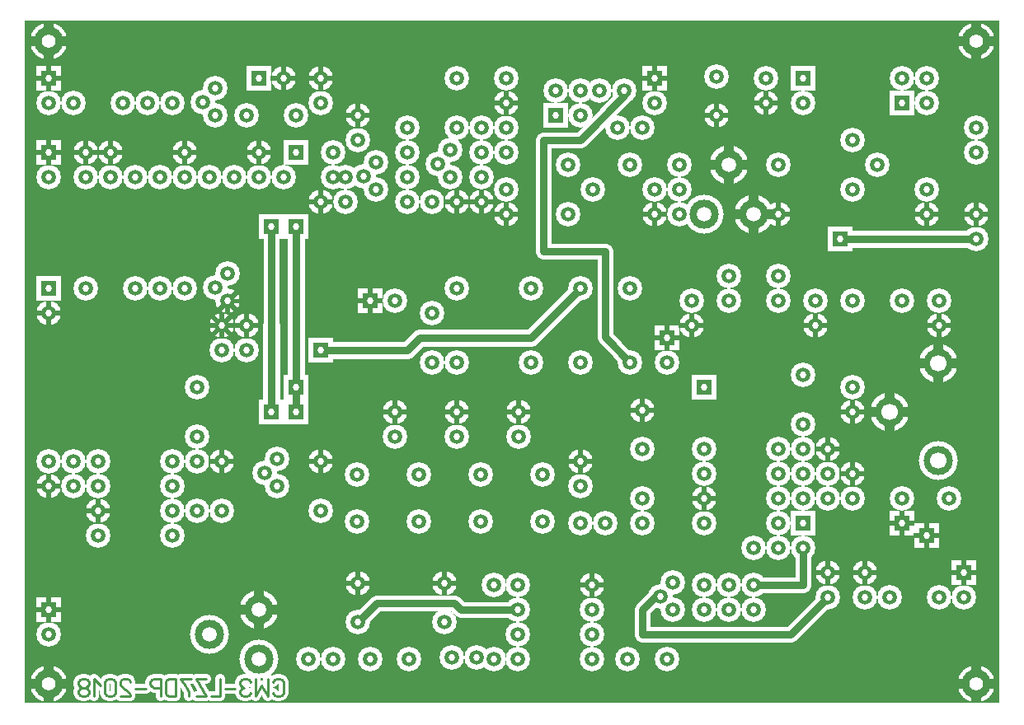
<source format=gbr>
%FSLAX34Y34*%
%MOMM*%
%LNCOPPER_TOP*%
G71*
G01*
%ADD10C, 0.00*%
%ADD11C, 1.60*%
%ADD12C, 2.60*%
%ADD13C, 3.80*%
%ADD14C, 1.80*%
%ADD15C, 2.52*%
%ADD16C, 4.00*%
%ADD17C, 4.00*%
%ADD18C, 1.49*%
%ADD19C, 0.69*%
%ADD20C, 1.02*%
%ADD21C, 1.00*%
%ADD22C, 0.51*%
%ADD23C, 0.23*%
%ADD24C, 0.80*%
%ADD25C, 1.80*%
%ADD26C, 3.00*%
%ADD27C, 1.52*%
%ADD28C, 3.00*%
%ADD29C, 3.00*%
%ADD30C, 0.22*%
%ADD31C, 0.60*%
%ADD32C, 1.40*%
%ADD33C, 0.30*%
%ADD34C, 1.70*%
%ADD35C, 1.50*%
%ADD36C, 0.69*%
%LPD*%
G54D10*
X-50000Y1050000D02*
X950000Y1050000D01*
X950000Y350000D01*
X-50000Y350000D01*
X-50000Y1050000D01*
G36*
X-50000Y1050000D02*
X950000Y1050000D01*
X950000Y350000D01*
X-50000Y350000D01*
X-50000Y1050000D01*
G37*
%LPC*%
G54D11*
X566178Y978299D02*
X566178Y972578D01*
X520700Y927100D01*
X482600Y927100D01*
X482600Y812800D01*
X546100Y812800D01*
X546100Y724520D01*
X571885Y698735D01*
G54D11*
X602966Y458171D02*
X597871Y458171D01*
X584200Y444500D01*
X584200Y419100D01*
X736600Y419100D01*
X774700Y457200D01*
G54D11*
X457051Y444491D02*
X398509Y444491D01*
X391700Y451300D01*
X311600Y451300D01*
X292100Y431800D01*
G54D11*
X698500Y469900D02*
X749300Y469900D01*
X749300Y508000D01*
X-25400Y1028700D02*
G54D12*
D03*
X-25400Y1028700D02*
G54D12*
D03*
X-25400Y1028700D02*
G54D12*
D03*
X927100Y1028700D02*
G54D13*
D03*
X927100Y368300D02*
G54D13*
D03*
X-25400Y368300D02*
G54D13*
D03*
X-25400Y1028700D02*
G54D13*
D03*
G54D11*
X203200Y838200D02*
X203200Y736600D01*
G54D14*
X203200Y736600D02*
X203200Y647700D01*
G54D14*
X228600Y838200D02*
X228600Y673100D01*
X228600Y647700D01*
G54D14*
X254000Y711200D02*
X342900Y711200D01*
X355600Y723900D01*
X470051Y723900D01*
X521085Y774935D01*
X12700Y914400D02*
G54D15*
D03*
X203200Y838200D02*
G54D15*
D03*
X228600Y838200D02*
G54D15*
D03*
X566178Y978299D02*
G54D15*
D03*
X-25400Y965200D02*
G54D15*
D03*
X0Y965200D02*
G54D15*
D03*
X12700Y889000D02*
G54D15*
D03*
X38100Y889000D02*
G54D15*
D03*
X38100Y914400D02*
G54D15*
D03*
X63500Y889000D02*
G54D15*
D03*
X88900Y889000D02*
G54D15*
D03*
X114300Y914400D02*
G54D15*
D03*
X114300Y889000D02*
G54D15*
D03*
X139700Y889000D02*
G54D15*
D03*
X165100Y889000D02*
G54D15*
D03*
X190500Y889000D02*
G54D15*
D03*
X215900Y889000D02*
G54D15*
D03*
X190500Y914400D02*
G54D15*
D03*
X177800Y952500D02*
G54D15*
D03*
X145766Y952171D02*
G54D15*
D03*
X133066Y966171D02*
G54D15*
D03*
X145766Y980171D02*
G54D15*
D03*
X101600Y965200D02*
G54D15*
D03*
X76200Y965200D02*
G54D15*
D03*
X50800Y965200D02*
G54D15*
D03*
X12700Y774700D02*
G54D15*
D03*
X-25400Y749300D02*
G54D15*
D03*
X63500Y774700D02*
G54D15*
D03*
X88900Y774700D02*
G54D15*
D03*
X114300Y774700D02*
G54D15*
D03*
X145766Y775671D02*
G54D15*
D03*
X158466Y789671D02*
G54D15*
D03*
X158470Y761670D02*
G54D15*
D03*
X254000Y863600D02*
G54D15*
D03*
X266700Y889000D02*
G54D15*
D03*
X266700Y914400D02*
G54D15*
D03*
X292100Y927100D02*
G54D15*
D03*
X292100Y952500D02*
G54D15*
D03*
X310866Y903971D02*
G54D15*
D03*
X298166Y889971D02*
G54D15*
D03*
X310866Y875971D02*
G54D15*
D03*
X279400Y863600D02*
G54D15*
D03*
X342900Y863600D02*
G54D15*
D03*
X342900Y889000D02*
G54D15*
D03*
X342900Y914400D02*
G54D15*
D03*
X342900Y939800D02*
G54D15*
D03*
X215900Y990600D02*
G54D15*
D03*
X254000Y990600D02*
G54D15*
D03*
X254000Y965200D02*
G54D15*
D03*
X228600Y952500D02*
G54D15*
D03*
X393700Y990600D02*
G54D15*
D03*
X444500Y965200D02*
G54D15*
D03*
X444500Y990600D02*
G54D15*
D03*
X520700Y977900D02*
G54D15*
D03*
X540778Y978299D02*
G54D15*
D03*
X520700Y952500D02*
G54D15*
D03*
X495300Y977900D02*
G54D15*
D03*
X444500Y914400D02*
G54D15*
D03*
X444500Y939800D02*
G54D15*
D03*
X419100Y939800D02*
G54D15*
D03*
X419100Y914400D02*
G54D15*
D03*
X393700Y939800D02*
G54D15*
D03*
X387066Y916671D02*
G54D15*
D03*
X374366Y902671D02*
G54D15*
D03*
X387066Y888671D02*
G54D15*
D03*
X419100Y889000D02*
G54D15*
D03*
X444500Y876300D02*
G54D15*
D03*
X444500Y850900D02*
G54D15*
D03*
X419100Y863600D02*
G54D15*
D03*
X393700Y863600D02*
G54D15*
D03*
X330200Y762000D02*
G54D15*
D03*
X394085Y774935D02*
G54D15*
D03*
X368300Y749300D02*
G54D15*
D03*
X470285Y774935D02*
G54D15*
D03*
X521085Y774935D02*
G54D15*
D03*
X571885Y774935D02*
G54D15*
D03*
X635000Y762000D02*
G54D15*
D03*
X673100Y762000D02*
G54D15*
D03*
X723900Y762000D02*
G54D15*
D03*
X762000Y762000D02*
G54D15*
D03*
X800100Y762000D02*
G54D15*
D03*
X673100Y787400D02*
G54D15*
D03*
X723900Y787400D02*
G54D15*
D03*
X850900Y762000D02*
G54D15*
D03*
X889000Y762000D02*
G54D15*
D03*
X927100Y850900D02*
G54D15*
D03*
X927100Y825500D02*
G54D15*
D03*
X889000Y736600D02*
G54D15*
D03*
X762000Y736600D02*
G54D15*
D03*
X635000Y736600D02*
G54D15*
D03*
X609600Y698500D02*
G54D15*
D03*
X571885Y698735D02*
G54D15*
D03*
X521085Y698735D02*
G54D15*
D03*
X470285Y698735D02*
G54D15*
D03*
X394085Y698735D02*
G54D15*
D03*
X368300Y698500D02*
G54D15*
D03*
X127000Y673100D02*
G54D15*
D03*
X127000Y622300D02*
G54D15*
D03*
X127000Y596900D02*
G54D15*
D03*
X152400Y596900D02*
G54D15*
D03*
X101600Y596900D02*
G54D15*
D03*
X101600Y571500D02*
G54D15*
D03*
X101600Y546100D02*
G54D15*
D03*
X127000Y546100D02*
G54D15*
D03*
X152400Y546100D02*
G54D15*
D03*
X101600Y520700D02*
G54D15*
D03*
X25400Y596900D02*
G54D15*
D03*
X25400Y571500D02*
G54D15*
D03*
X25400Y546100D02*
G54D15*
D03*
X25400Y520700D02*
G54D15*
D03*
X0Y571500D02*
G54D15*
D03*
X0Y596900D02*
G54D15*
D03*
X-25400Y571500D02*
G54D15*
D03*
X-25400Y596900D02*
G54D15*
D03*
X-25400Y419100D02*
G54D15*
D03*
X-25400Y368300D02*
G54D15*
D03*
X-25400Y1028700D02*
G54D15*
D03*
X927100Y1028700D02*
G54D15*
D03*
X927100Y368300D02*
G54D15*
D03*
X888200Y697700D02*
G54D16*
D03*
X888200Y597700D02*
G54D16*
D03*
X899300Y558800D02*
G54D15*
D03*
X838200Y647700D02*
G54D16*
D03*
X800100Y673100D02*
G54D15*
D03*
X800100Y647700D02*
G54D15*
D03*
X876300Y876300D02*
G54D15*
D03*
X876300Y850900D02*
G54D15*
D03*
X927100Y914400D02*
G54D15*
D03*
X927100Y939800D02*
G54D15*
D03*
X876300Y965200D02*
G54D15*
D03*
X876300Y990600D02*
G54D15*
D03*
X850900Y990600D02*
G54D15*
D03*
X800100Y927100D02*
G54D15*
D03*
X825500Y901700D02*
G54D15*
D03*
X800100Y876300D02*
G54D15*
D03*
X723900Y850900D02*
G54D15*
D03*
X698500Y850900D02*
G54D17*
D03*
X673100Y901700D02*
G54D17*
D03*
X723900Y901700D02*
G54D15*
D03*
X711200Y965200D02*
G54D15*
D03*
X749300Y965200D02*
G54D15*
D03*
X711200Y990600D02*
G54D15*
D03*
X660400Y992500D02*
G54D15*
D03*
X660400Y952500D02*
G54D15*
D03*
X584200Y939800D02*
G54D15*
D03*
X596900Y965200D02*
G54D15*
D03*
X558800Y939800D02*
G54D15*
D03*
X533400Y876300D02*
G54D15*
D03*
X508000Y850900D02*
G54D15*
D03*
X571500Y901700D02*
G54D15*
D03*
X596900Y876300D02*
G54D15*
D03*
X622300Y901700D02*
G54D15*
D03*
X622300Y876300D02*
G54D15*
D03*
X622300Y850900D02*
G54D15*
D03*
X596900Y850900D02*
G54D15*
D03*
X647700Y850900D02*
G54D17*
D03*
X139700Y419100D02*
G54D17*
D03*
X190500Y393700D02*
G54D17*
D03*
X190500Y444500D02*
G54D17*
D03*
X241300Y393700D02*
G54D15*
D03*
X266700Y393700D02*
G54D15*
D03*
X304800Y393700D02*
G54D15*
D03*
X292100Y431800D02*
G54D15*
D03*
X292100Y471800D02*
G54D15*
D03*
X381000Y471800D02*
G54D15*
D03*
X381000Y431800D02*
G54D15*
D03*
X344800Y393700D02*
G54D15*
D03*
X388726Y395177D02*
G54D15*
D03*
X414126Y395177D02*
G54D15*
D03*
X431800Y393700D02*
G54D15*
D03*
X457051Y393690D02*
G54D15*
D03*
X533251Y393690D02*
G54D15*
D03*
X569600Y393700D02*
G54D15*
D03*
X609600Y393700D02*
G54D15*
D03*
X615666Y444171D02*
G54D15*
D03*
X615666Y472171D02*
G54D15*
D03*
X602966Y458171D02*
G54D15*
D03*
X533251Y419090D02*
G54D15*
D03*
X533251Y444491D02*
G54D15*
D03*
X533250Y469890D02*
G54D15*
D03*
X457051Y469890D02*
G54D15*
D03*
X457051Y444491D02*
G54D15*
D03*
X457051Y419090D02*
G54D15*
D03*
X431800Y469900D02*
G54D15*
D03*
X481750Y534950D02*
G54D15*
D03*
X418250Y534950D02*
G54D15*
D03*
X457200Y622300D02*
G54D15*
D03*
X457200Y647700D02*
G54D15*
D03*
X393700Y647700D02*
G54D15*
D03*
X393700Y622300D02*
G54D15*
D03*
X418250Y583350D02*
G54D15*
D03*
X354750Y583350D02*
G54D15*
D03*
X330200Y622300D02*
G54D15*
D03*
X330200Y647700D02*
G54D15*
D03*
X254000Y596900D02*
G54D15*
D03*
X291250Y583350D02*
G54D15*
D03*
X291250Y534950D02*
G54D15*
D03*
X254000Y546100D02*
G54D15*
D03*
X209266Y571171D02*
G54D15*
D03*
X196566Y585171D02*
G54D15*
D03*
X209266Y599171D02*
G54D15*
D03*
X520700Y533400D02*
G54D15*
D03*
X520700Y571500D02*
G54D15*
D03*
X481750Y583350D02*
G54D15*
D03*
X520700Y596900D02*
G54D15*
D03*
X584200Y649600D02*
G54D15*
D03*
X584200Y609600D02*
G54D15*
D03*
X584200Y558800D02*
G54D15*
D03*
X584200Y533400D02*
G54D15*
D03*
X546100Y533400D02*
G54D15*
D03*
X647700Y609600D02*
G54D15*
D03*
X647700Y584200D02*
G54D15*
D03*
X647700Y558800D02*
G54D15*
D03*
X647700Y533400D02*
G54D15*
D03*
X723900Y533400D02*
G54D15*
D03*
X723900Y558800D02*
G54D15*
D03*
X723900Y584200D02*
G54D15*
D03*
X723900Y609600D02*
G54D15*
D03*
X749300Y609600D02*
G54D15*
D03*
X749300Y635000D02*
G54D15*
D03*
X749300Y685800D02*
G54D15*
D03*
X774700Y609600D02*
G54D15*
D03*
X774700Y584200D02*
G54D15*
D03*
X774700Y558800D02*
G54D15*
D03*
X749300Y584200D02*
G54D15*
D03*
X749300Y558800D02*
G54D15*
D03*
X800100Y558800D02*
G54D15*
D03*
X800100Y584200D02*
G54D15*
D03*
X850900Y558800D02*
G54D15*
D03*
X914400Y457200D02*
G54D15*
D03*
X889000Y457200D02*
G54D15*
D03*
X838200Y457200D02*
G54D15*
D03*
X812800Y457200D02*
G54D15*
D03*
X812800Y482600D02*
G54D15*
D03*
X774700Y482600D02*
G54D15*
D03*
X774700Y457200D02*
G54D15*
D03*
X749300Y508000D02*
G54D15*
D03*
X723900Y508000D02*
G54D15*
D03*
X698500Y508000D02*
G54D15*
D03*
X698500Y469900D02*
G54D15*
D03*
X698500Y444500D02*
G54D15*
D03*
X673100Y444500D02*
G54D15*
D03*
X673100Y469900D02*
G54D15*
D03*
X647700Y469900D02*
G54D15*
D03*
X647700Y444500D02*
G54D15*
D03*
G36*
X-38000Y1003200D02*
X-12800Y1003200D01*
X-12800Y978000D01*
X-38000Y978000D01*
X-38000Y1003200D01*
G37*
G36*
X-38000Y927000D02*
X-12800Y927000D01*
X-12800Y901800D01*
X-38000Y901800D01*
X-38000Y927000D01*
G37*
G36*
X177900Y1003200D02*
X203100Y1003200D01*
X203100Y978000D01*
X177900Y978000D01*
X177900Y1003200D01*
G37*
G36*
X216000Y927000D02*
X241200Y927000D01*
X241200Y901800D01*
X216000Y901800D01*
X216000Y927000D01*
G37*
G36*
X216000Y850800D02*
X241200Y850800D01*
X241200Y825600D01*
X216000Y825600D01*
X216000Y850800D01*
G37*
G36*
X190600Y850800D02*
X215800Y850800D01*
X215800Y825600D01*
X190600Y825600D01*
X190600Y850800D01*
G37*
G36*
X482700Y965100D02*
X507900Y965100D01*
X507900Y939900D01*
X482700Y939900D01*
X482700Y965100D01*
G37*
G36*
X838300Y977800D02*
X863500Y977800D01*
X863500Y952600D01*
X838300Y952600D01*
X838300Y977800D01*
G37*
G36*
X736700Y1003200D02*
X761900Y1003200D01*
X761900Y978000D01*
X736700Y978000D01*
X736700Y1003200D01*
G37*
G36*
X584300Y1003200D02*
X609500Y1003200D01*
X609500Y978000D01*
X584300Y978000D01*
X584300Y1003200D01*
G37*
G36*
X597000Y736500D02*
X622200Y736500D01*
X622200Y711300D01*
X597000Y711300D01*
X597000Y736500D01*
G37*
G36*
X292200Y774600D02*
X317400Y774600D01*
X317400Y749400D01*
X292200Y749400D01*
X292200Y774600D01*
G37*
G36*
X-38000Y787300D02*
X-12800Y787300D01*
X-12800Y762100D01*
X-38000Y762100D01*
X-38000Y787300D01*
G37*
G36*
X241400Y723800D02*
X266600Y723800D01*
X266600Y698600D01*
X241400Y698600D01*
X241400Y723800D01*
G37*
G36*
X216000Y685700D02*
X241200Y685700D01*
X241200Y660500D01*
X216000Y660500D01*
X216000Y685700D01*
G37*
G36*
X216000Y660300D02*
X241200Y660300D01*
X241200Y635100D01*
X216000Y635100D01*
X216000Y660300D01*
G37*
G36*
X190600Y660300D02*
X215800Y660300D01*
X215800Y635100D01*
X190600Y635100D01*
X190600Y660300D01*
G37*
G36*
X241400Y723800D02*
X266600Y723800D01*
X266600Y698600D01*
X241400Y698600D01*
X241400Y723800D01*
G37*
G36*
X635100Y685700D02*
X660300Y685700D01*
X660300Y660500D01*
X635100Y660500D01*
X635100Y685700D01*
G37*
G36*
X-38000Y457100D02*
X-12800Y457100D01*
X-12800Y431900D01*
X-38000Y431900D01*
X-38000Y457100D01*
G37*
G36*
X736700Y546000D02*
X761900Y546000D01*
X761900Y520800D01*
X736700Y520800D01*
X736700Y546000D01*
G37*
G36*
X901800Y495200D02*
X927000Y495200D01*
X927000Y470000D01*
X901800Y470000D01*
X901800Y495200D01*
G37*
X354750Y534950D02*
G54D15*
D03*
X-25400Y965200D02*
G54D18*
D03*
X0Y965200D02*
G54D18*
D03*
X50800Y965200D02*
G54D18*
D03*
X76200Y965200D02*
G54D18*
D03*
X101600Y965200D02*
G54D18*
D03*
X133066Y966171D02*
G54D18*
D03*
X145766Y980171D02*
G54D18*
D03*
X145766Y952171D02*
G54D18*
D03*
X177800Y952500D02*
G54D18*
D03*
X190500Y990600D02*
G54D18*
D03*
X215900Y990600D02*
G54D18*
D03*
X-25400Y990600D02*
G54D18*
D03*
X254000Y990600D02*
G54D18*
D03*
X254000Y965200D02*
G54D18*
D03*
X228600Y952500D02*
G54D18*
D03*
X-25400Y914400D02*
G54D18*
D03*
X12700Y914400D02*
G54D18*
D03*
X38100Y914400D02*
G54D18*
D03*
X114300Y914400D02*
G54D18*
D03*
X190500Y914400D02*
G54D18*
D03*
X190500Y889000D02*
G54D18*
D03*
X165100Y889000D02*
G54D18*
D03*
X139700Y889000D02*
G54D18*
D03*
X114300Y889000D02*
G54D18*
D03*
X88900Y889000D02*
G54D18*
D03*
X63500Y889000D02*
G54D18*
D03*
X38100Y889000D02*
G54D18*
D03*
X12700Y889000D02*
G54D18*
D03*
X-25400Y889000D02*
G54D18*
D03*
X12700Y774700D02*
G54D18*
D03*
X-25400Y774700D02*
G54D18*
D03*
X-25400Y749300D02*
G54D18*
D03*
X63500Y774700D02*
G54D18*
D03*
X88900Y774700D02*
G54D18*
D03*
X114300Y774700D02*
G54D18*
D03*
X145766Y775671D02*
G54D18*
D03*
X158466Y789671D02*
G54D18*
D03*
X158466Y761671D02*
G54D18*
D03*
X304800Y762000D02*
G54D18*
D03*
X330200Y762000D02*
G54D18*
D03*
X368300Y749300D02*
G54D18*
D03*
X394085Y774935D02*
G54D18*
D03*
X203200Y838200D02*
G54D18*
D03*
X228600Y838200D02*
G54D18*
D03*
X228600Y914400D02*
G54D18*
D03*
X266700Y914400D02*
G54D18*
D03*
X266700Y889000D02*
G54D18*
D03*
X254000Y863600D02*
G54D18*
D03*
X279400Y863600D02*
G54D18*
D03*
X310866Y875971D02*
G54D18*
D03*
X298166Y889971D02*
G54D18*
D03*
X310866Y903971D02*
G54D18*
D03*
X292100Y927100D02*
G54D18*
D03*
X292100Y952500D02*
G54D18*
D03*
X393700Y990600D02*
G54D18*
D03*
X444500Y990600D02*
G54D18*
D03*
X444500Y965200D02*
G54D18*
D03*
X444500Y939800D02*
G54D18*
D03*
X419100Y939800D02*
G54D18*
D03*
X393700Y939800D02*
G54D18*
D03*
X342900Y939800D02*
G54D18*
D03*
X342900Y914400D02*
G54D18*
D03*
X342900Y889000D02*
G54D18*
D03*
X374366Y902671D02*
G54D18*
D03*
X342900Y863600D02*
G54D18*
D03*
X387066Y888671D02*
G54D18*
D03*
X393700Y863600D02*
G54D18*
D03*
X419100Y863600D02*
G54D18*
D03*
X419100Y889000D02*
G54D18*
D03*
X419100Y914400D02*
G54D18*
D03*
X444500Y914400D02*
G54D18*
D03*
X444500Y876300D02*
G54D18*
D03*
X444500Y850900D02*
G54D18*
D03*
X508000Y850900D02*
G54D18*
D03*
X533400Y876300D02*
G54D18*
D03*
X508000Y901700D02*
G54D18*
D03*
X495300Y952500D02*
G54D18*
D03*
X495300Y977900D02*
G54D18*
D03*
X520700Y977900D02*
G54D18*
D03*
X520700Y952500D02*
G54D18*
D03*
X540778Y978299D02*
G54D18*
D03*
X566178Y978299D02*
G54D18*
D03*
X558800Y939800D02*
G54D18*
D03*
X584200Y939800D02*
G54D18*
D03*
X571500Y901700D02*
G54D18*
D03*
X596900Y965200D02*
G54D18*
D03*
X596900Y990600D02*
G54D18*
D03*
X660400Y992500D02*
G54D18*
D03*
X660400Y952500D02*
G54D18*
D03*
X711200Y965200D02*
G54D18*
D03*
X711200Y990600D02*
G54D18*
D03*
X749300Y990600D02*
G54D18*
D03*
X749300Y965200D02*
G54D18*
D03*
X850900Y990600D02*
G54D18*
D03*
X850900Y965200D02*
G54D18*
D03*
X876300Y990600D02*
G54D18*
D03*
X876300Y965200D02*
G54D18*
D03*
X927100Y939800D02*
G54D18*
D03*
X927100Y914400D02*
G54D18*
D03*
X876300Y850900D02*
G54D18*
D03*
X876300Y876300D02*
G54D18*
D03*
X800100Y876300D02*
G54D18*
D03*
X825500Y901700D02*
G54D18*
D03*
X800100Y927100D02*
G54D18*
D03*
X723900Y901700D02*
G54D18*
D03*
X723900Y850900D02*
G54D18*
D03*
X698500Y850900D02*
G54D18*
D03*
X673100Y901700D02*
G54D18*
D03*
X647700Y850900D02*
G54D18*
D03*
X622300Y850900D02*
G54D18*
D03*
X622300Y876300D02*
G54D18*
D03*
X622300Y901700D02*
G54D18*
D03*
X596900Y876300D02*
G54D18*
D03*
X596900Y850900D02*
G54D18*
D03*
X215900Y889000D02*
G54D18*
D03*
X470285Y774935D02*
G54D18*
D03*
X521085Y774935D02*
G54D18*
D03*
X571885Y774935D02*
G54D18*
D03*
X635000Y762000D02*
G54D18*
D03*
X673100Y762000D02*
G54D18*
D03*
X635000Y736600D02*
G54D18*
D03*
X609600Y723900D02*
G54D18*
D03*
X571885Y698735D02*
G54D18*
D03*
X609600Y698500D02*
G54D18*
D03*
X521085Y698735D02*
G54D18*
D03*
X470285Y698735D02*
G54D18*
D03*
X394085Y698735D02*
G54D18*
D03*
X368300Y698500D02*
G54D18*
D03*
X254000Y711200D02*
G54D18*
D03*
X228600Y673100D02*
G54D18*
D03*
X203200Y647700D02*
G54D18*
D03*
X228600Y647700D02*
G54D18*
D03*
X127000Y673100D02*
G54D18*
D03*
X723900Y762000D02*
G54D18*
D03*
X762000Y762000D02*
G54D18*
D03*
X762000Y736600D02*
G54D18*
D03*
X800100Y762000D02*
G54D18*
D03*
X673100Y787400D02*
G54D18*
D03*
X723900Y787400D02*
G54D18*
D03*
X850900Y762000D02*
G54D18*
D03*
X889000Y762000D02*
G54D18*
D03*
X927100Y850900D02*
G54D18*
D03*
X927100Y825500D02*
G54D18*
D03*
X889000Y736600D02*
G54D18*
D03*
X888200Y697700D02*
G54D18*
D03*
X838200Y647700D02*
G54D18*
D03*
X800100Y673100D02*
G54D18*
D03*
X888200Y597700D02*
G54D18*
D03*
X899300Y558800D02*
G54D18*
D03*
X850900Y558800D02*
G54D18*
D03*
X800100Y584200D02*
G54D18*
D03*
X800100Y558800D02*
G54D18*
D03*
X850900Y558800D02*
G54D18*
D03*
X749300Y685800D02*
G54D18*
D03*
X647700Y673100D02*
G54D18*
D03*
X749300Y635000D02*
G54D18*
D03*
X749300Y609600D02*
G54D18*
D03*
X723900Y609600D02*
G54D18*
D03*
X774700Y609600D02*
G54D18*
D03*
X774700Y584200D02*
G54D18*
D03*
X749300Y584200D02*
G54D18*
D03*
X723900Y584200D02*
G54D18*
D03*
X723900Y558800D02*
G54D18*
D03*
X749300Y558800D02*
G54D18*
D03*
X774700Y558800D02*
G54D18*
D03*
X749300Y533400D02*
G54D18*
D03*
X749300Y508000D02*
G54D18*
D03*
X723900Y533400D02*
G54D18*
D03*
X723900Y508000D02*
G54D18*
D03*
X698500Y444500D02*
G54D18*
D03*
X774700Y457200D02*
G54D18*
D03*
X812800Y457200D02*
G54D18*
D03*
X838200Y457200D02*
G54D18*
D03*
X889000Y457200D02*
G54D18*
D03*
X914400Y457200D02*
G54D18*
D03*
X914400Y482600D02*
G54D18*
D03*
X812800Y482600D02*
G54D18*
D03*
X774700Y482600D02*
G54D18*
D03*
X698500Y508000D02*
G54D18*
D03*
X698500Y469900D02*
G54D18*
D03*
X647700Y533400D02*
G54D18*
D03*
X647700Y558800D02*
G54D18*
D03*
X647700Y584200D02*
G54D18*
D03*
X647700Y609600D02*
G54D18*
D03*
X584200Y649600D02*
G54D18*
D03*
X584200Y609600D02*
G54D18*
D03*
X584200Y558800D02*
G54D18*
D03*
X584200Y533400D02*
G54D18*
D03*
X546100Y533400D02*
G54D18*
D03*
X673100Y469900D02*
G54D18*
D03*
X673100Y444500D02*
G54D18*
D03*
X647700Y444500D02*
G54D18*
D03*
X647700Y469900D02*
G54D18*
D03*
X615666Y472171D02*
G54D18*
D03*
X602966Y458171D02*
G54D18*
D03*
X615666Y444171D02*
G54D18*
D03*
X609600Y393700D02*
G54D18*
D03*
X569600Y393700D02*
G54D18*
D03*
X533251Y393690D02*
G54D18*
D03*
X533251Y419090D02*
G54D18*
D03*
X533251Y444491D02*
G54D18*
D03*
X533251Y469890D02*
G54D18*
D03*
X520700Y533400D02*
G54D18*
D03*
X520700Y571500D02*
G54D18*
D03*
X520700Y596900D02*
G54D18*
D03*
X457200Y647700D02*
G54D18*
D03*
X457200Y622300D02*
G54D18*
D03*
X481750Y534950D02*
G54D18*
D03*
X481750Y583350D02*
G54D18*
D03*
X418250Y583350D02*
G54D18*
D03*
X418250Y534950D02*
G54D18*
D03*
X393700Y622300D02*
G54D18*
D03*
X393700Y647700D02*
G54D18*
D03*
X330200Y647700D02*
G54D18*
D03*
X330200Y622300D02*
G54D18*
D03*
X291250Y583350D02*
G54D18*
D03*
X354750Y583350D02*
G54D18*
D03*
X354750Y534950D02*
G54D18*
D03*
X291250Y534950D02*
G54D18*
D03*
X254000Y546100D02*
G54D18*
D03*
X254000Y596900D02*
G54D18*
D03*
X209266Y599171D02*
G54D18*
D03*
X196566Y585171D02*
G54D18*
D03*
X209266Y571171D02*
G54D18*
D03*
X152400Y596900D02*
G54D18*
D03*
X152400Y546100D02*
G54D18*
D03*
X127000Y622300D02*
G54D18*
D03*
X127000Y596900D02*
G54D18*
D03*
X101600Y596900D02*
G54D18*
D03*
X101600Y571500D02*
G54D18*
D03*
X101600Y546100D02*
G54D18*
D03*
X127000Y546100D02*
G54D18*
D03*
X101600Y520700D02*
G54D18*
D03*
X25400Y596900D02*
G54D18*
D03*
X25400Y571500D02*
G54D18*
D03*
X25400Y546100D02*
G54D18*
D03*
X25400Y520700D02*
G54D18*
D03*
X0Y596900D02*
G54D18*
D03*
X0Y571500D02*
G54D18*
D03*
X-25400Y596900D02*
G54D18*
D03*
X-25400Y571500D02*
G54D18*
D03*
X-25400Y444500D02*
G54D18*
D03*
X-25400Y419100D02*
G54D18*
D03*
X139700Y419100D02*
G54D18*
D03*
X190500Y444500D02*
G54D18*
D03*
X190500Y393700D02*
G54D18*
D03*
X292100Y471800D02*
G54D18*
D03*
X292100Y431800D02*
G54D18*
D03*
X241300Y393700D02*
G54D18*
D03*
X266700Y393700D02*
G54D18*
D03*
X304800Y393700D02*
G54D18*
D03*
X344800Y393700D02*
G54D18*
D03*
X388726Y395177D02*
G54D18*
D03*
X414126Y395177D02*
G54D18*
D03*
X431800Y393700D02*
G54D18*
D03*
X457051Y393690D02*
G54D18*
D03*
X457051Y444491D02*
G54D18*
D03*
X457051Y419090D02*
G54D18*
D03*
X457051Y469890D02*
G54D18*
D03*
X431800Y469900D02*
G54D18*
D03*
X381000Y471800D02*
G54D18*
D03*
X381000Y431800D02*
G54D18*
D03*
X387066Y916671D02*
G54D19*
D03*
X927100Y368300D02*
G54D19*
D03*
X-25400Y368300D02*
G54D19*
D03*
X-25400Y1028700D02*
G54D19*
D03*
X927100Y1028700D02*
G54D19*
D03*
G54D20*
X205233Y358933D02*
X206567Y356711D01*
X209233Y355600D01*
X211900Y355600D01*
X214567Y356711D01*
X215900Y358933D01*
X215900Y370044D01*
X214567Y372267D01*
X211900Y373378D01*
X209233Y373378D01*
X206567Y372267D01*
X205233Y370044D01*
G54D20*
X200344Y373378D02*
X200344Y355600D01*
X193677Y366711D01*
X187011Y355600D01*
X187011Y373378D01*
G54D20*
X182122Y370044D02*
X180789Y372267D01*
X178122Y373378D01*
X175455Y373378D01*
X172789Y372267D01*
X171455Y370044D01*
X171455Y367822D01*
X172789Y365600D01*
X175455Y364489D01*
X172789Y363378D01*
X171455Y361156D01*
X171455Y358933D01*
X172789Y356711D01*
X175455Y355600D01*
X178122Y355600D01*
X180789Y356711D01*
X182122Y358933D01*
G54D20*
X166566Y363378D02*
X155899Y363378D01*
G54D20*
X151010Y373378D02*
X151010Y355600D01*
X141677Y355600D01*
G54D20*
X136788Y373378D02*
X126121Y373378D01*
X136788Y355600D01*
X126121Y355600D01*
G54D20*
X121232Y373378D02*
X110565Y373378D01*
X111899Y371156D01*
X114565Y367822D01*
X117232Y363378D01*
X118565Y360044D01*
X118565Y355600D01*
G54D20*
X105676Y355600D02*
X105676Y373378D01*
X99009Y373378D01*
X96343Y372267D01*
X95009Y370044D01*
X95009Y358933D01*
X96343Y356711D01*
X99009Y355600D01*
X105676Y355600D01*
G54D20*
X90120Y355600D02*
X90120Y373378D01*
X83453Y373378D01*
X80787Y372267D01*
X79453Y370044D01*
X79453Y367822D01*
X80787Y365600D01*
X83453Y364489D01*
X90120Y364489D01*
G54D20*
X74564Y363378D02*
X63897Y363378D01*
G54D20*
X48341Y355600D02*
X59008Y355600D01*
X59008Y356711D01*
X57675Y358933D01*
X49675Y365600D01*
X48341Y367822D01*
X48341Y370044D01*
X49675Y372267D01*
X52341Y373378D01*
X55008Y373378D01*
X57675Y372267D01*
X59008Y370044D01*
G54D20*
X32785Y370044D02*
X32785Y358933D01*
X34119Y356711D01*
X36785Y355600D01*
X39452Y355600D01*
X42119Y356711D01*
X43452Y358933D01*
X43452Y370044D01*
X42119Y372267D01*
X39452Y373378D01*
X36785Y373378D01*
X34119Y372267D01*
X32785Y370044D01*
G54D20*
X27896Y366711D02*
X21229Y373378D01*
X21229Y355600D01*
G54D20*
X9673Y364489D02*
X12340Y364489D01*
X15007Y365600D01*
X16340Y367822D01*
X16340Y370044D01*
X15007Y372267D01*
X12340Y373378D01*
X9673Y373378D01*
X7007Y372267D01*
X5673Y370044D01*
X5673Y367822D01*
X7007Y365600D01*
X9673Y364489D01*
X7007Y363378D01*
X5673Y361156D01*
X5673Y358933D01*
X7007Y356711D01*
X9673Y355600D01*
X12340Y355600D01*
X15007Y356711D01*
X16340Y358933D01*
X16340Y361156D01*
X15007Y363378D01*
X12340Y364489D01*
X787400Y825500D02*
G54D18*
D03*
G36*
X774800Y838100D02*
X800000Y838100D01*
X800000Y812900D01*
X774800Y812900D01*
X774800Y838100D01*
G37*
X787400Y825500D02*
G54D18*
D03*
G54D14*
X787400Y825500D02*
X927100Y825500D01*
X177800Y711200D02*
G54D18*
D03*
X152400Y711200D02*
G54D18*
D03*
X152400Y736600D02*
G54D18*
D03*
X177800Y736600D02*
G54D18*
D03*
G36*
X774800Y838100D02*
X800000Y838100D01*
X800000Y812900D01*
X774800Y812900D01*
X774800Y838100D01*
G37*
X787400Y825500D02*
G54D18*
D03*
X177800Y736600D02*
G54D15*
D03*
X152400Y711200D02*
G54D15*
D03*
X177800Y711200D02*
G54D15*
D03*
X177800Y736600D02*
G54D18*
D03*
X177800Y711200D02*
G54D18*
D03*
X152400Y711200D02*
G54D18*
D03*
X927100Y850900D02*
G54D18*
D03*
X787400Y825500D02*
G54D18*
D03*
X876300Y520700D02*
G54D18*
D03*
G36*
X863700Y533300D02*
X888900Y533300D01*
X888900Y508100D01*
X863700Y508100D01*
X863700Y533300D01*
G37*
X876300Y520700D02*
G54D18*
D03*
G36*
X838300Y546000D02*
X863500Y546000D01*
X863500Y520800D01*
X838300Y520800D01*
X838300Y546000D01*
G37*
X850900Y533400D02*
G54D18*
D03*
X368300Y863600D02*
G54D18*
D03*
X393700Y863600D02*
G54D18*
D03*
X152400Y736600D02*
G54D15*
D03*
X152400Y736600D02*
G54D18*
D03*
X368300Y863600D02*
G54D15*
D03*
X393700Y863600D02*
G54D15*
D03*
X393700Y863600D02*
G54D18*
D03*
X368300Y863600D02*
G54D18*
D03*
X393700Y863600D02*
G54D18*
D03*
X368300Y863600D02*
G54D18*
D03*
X508000Y901700D02*
G54D18*
D03*
X508000Y901700D02*
G54D15*
D03*
X508000Y901700D02*
G54D18*
D03*
X-25400Y889000D02*
G54D15*
D03*
X-25400Y889000D02*
G54D18*
D03*
X800100Y647700D02*
G54D18*
D03*
X279400Y889000D02*
G54D18*
D03*
X279400Y889000D02*
G54D15*
D03*
X279400Y889000D02*
G54D18*
D03*
%LPD*%
G54D21*
G36*
X922100Y1028700D02*
X922100Y1048200D01*
X932100Y1048200D01*
X932100Y1028700D01*
X922100Y1028700D01*
G37*
G36*
X927100Y1033700D02*
X946600Y1033700D01*
X946600Y1023700D01*
X927100Y1023700D01*
X927100Y1033700D01*
G37*
G36*
X932100Y1028700D02*
X932100Y1009200D01*
X922100Y1009200D01*
X922100Y1028700D01*
X932100Y1028700D01*
G37*
G36*
X927100Y1023700D02*
X907600Y1023700D01*
X907600Y1033700D01*
X927100Y1033700D01*
X927100Y1023700D01*
G37*
G54D21*
G36*
X922100Y368300D02*
X922100Y387800D01*
X932100Y387800D01*
X932100Y368300D01*
X922100Y368300D01*
G37*
G36*
X927100Y373300D02*
X946600Y373300D01*
X946600Y363300D01*
X927100Y363300D01*
X927100Y373300D01*
G37*
G36*
X932100Y368300D02*
X932100Y348800D01*
X922100Y348800D01*
X922100Y368300D01*
X932100Y368300D01*
G37*
G36*
X927100Y363300D02*
X907600Y363300D01*
X907600Y373300D01*
X927100Y373300D01*
X927100Y363300D01*
G37*
G54D21*
G36*
X-30400Y368300D02*
X-30400Y387800D01*
X-20400Y387800D01*
X-20400Y368300D01*
X-30400Y368300D01*
G37*
G36*
X-25400Y373300D02*
X-5900Y373300D01*
X-5900Y363300D01*
X-25400Y363300D01*
X-25400Y373300D01*
G37*
G36*
X-20400Y368300D02*
X-20400Y348800D01*
X-30400Y348800D01*
X-30400Y368300D01*
X-20400Y368300D01*
G37*
G36*
X-25400Y363300D02*
X-44900Y363300D01*
X-44900Y373300D01*
X-25400Y373300D01*
X-25400Y363300D01*
G37*
G54D21*
G36*
X-30400Y1028700D02*
X-30400Y1048200D01*
X-20400Y1048200D01*
X-20400Y1028700D01*
X-30400Y1028700D01*
G37*
G36*
X-25400Y1033700D02*
X-5900Y1033700D01*
X-5900Y1023700D01*
X-25400Y1023700D01*
X-25400Y1033700D01*
G37*
G36*
X-20400Y1028700D02*
X-20400Y1009200D01*
X-30400Y1009200D01*
X-30400Y1028700D01*
X-20400Y1028700D01*
G37*
G36*
X-25400Y1023700D02*
X-44900Y1023700D01*
X-44900Y1033700D01*
X-25400Y1033700D01*
X-25400Y1023700D01*
G37*
G54D22*
G36*
X10167Y914400D02*
X10167Y927500D01*
X15233Y927500D01*
X15233Y914400D01*
X10167Y914400D01*
G37*
G36*
X12700Y916933D02*
X25800Y916933D01*
X25800Y911867D01*
X12700Y911867D01*
X12700Y916933D01*
G37*
G36*
X15233Y914400D02*
X15233Y901300D01*
X10167Y901300D01*
X10167Y914400D01*
X15233Y914400D01*
G37*
G36*
X12700Y911867D02*
X-400Y911867D01*
X-400Y916933D01*
X12700Y916933D01*
X12700Y911867D01*
G37*
G54D22*
G36*
X35567Y914400D02*
X35567Y927500D01*
X40633Y927500D01*
X40633Y914400D01*
X35567Y914400D01*
G37*
G36*
X38100Y916933D02*
X51200Y916933D01*
X51200Y911867D01*
X38100Y911867D01*
X38100Y916933D01*
G37*
G36*
X40633Y914400D02*
X40633Y901300D01*
X35567Y901300D01*
X35567Y914400D01*
X40633Y914400D01*
G37*
G36*
X38100Y911867D02*
X25000Y911867D01*
X25000Y916933D01*
X38100Y916933D01*
X38100Y911867D01*
G37*
G54D22*
G36*
X111767Y914400D02*
X111767Y927500D01*
X116833Y927500D01*
X116833Y914400D01*
X111767Y914400D01*
G37*
G36*
X114300Y916933D02*
X127400Y916933D01*
X127400Y911867D01*
X114300Y911867D01*
X114300Y916933D01*
G37*
G36*
X116833Y914400D02*
X116833Y901300D01*
X111767Y901300D01*
X111767Y914400D01*
X116833Y914400D01*
G37*
G36*
X114300Y911867D02*
X101200Y911867D01*
X101200Y916933D01*
X114300Y916933D01*
X114300Y911867D01*
G37*
G54D22*
G36*
X187967Y914400D02*
X187967Y927500D01*
X193033Y927500D01*
X193033Y914400D01*
X187967Y914400D01*
G37*
G36*
X190500Y916933D02*
X203600Y916933D01*
X203600Y911867D01*
X190500Y911867D01*
X190500Y916933D01*
G37*
G36*
X193033Y914400D02*
X193033Y901300D01*
X187967Y901300D01*
X187967Y914400D01*
X193033Y914400D01*
G37*
G36*
X190500Y911867D02*
X177400Y911867D01*
X177400Y916933D01*
X190500Y916933D01*
X190500Y911867D01*
G37*
G54D22*
G36*
X-27933Y749300D02*
X-27933Y762400D01*
X-22867Y762400D01*
X-22867Y749300D01*
X-27933Y749300D01*
G37*
G36*
X-25400Y751833D02*
X-12300Y751833D01*
X-12300Y746767D01*
X-25400Y746767D01*
X-25400Y751833D01*
G37*
G36*
X-22867Y749300D02*
X-22867Y736200D01*
X-27933Y736200D01*
X-27933Y749300D01*
X-22867Y749300D01*
G37*
G36*
X-25400Y746767D02*
X-38500Y746767D01*
X-38500Y751833D01*
X-25400Y751833D01*
X-25400Y746767D01*
G37*
G54D22*
G36*
X156679Y763461D02*
X165942Y772724D01*
X169524Y769142D01*
X160261Y759879D01*
X156679Y763461D01*
G37*
G36*
X158470Y764203D02*
X171570Y764203D01*
X171570Y759137D01*
X158470Y759137D01*
X158470Y764203D01*
G37*
G36*
X160261Y763461D02*
X169524Y754198D01*
X165942Y750616D01*
X156679Y759879D01*
X160261Y763461D01*
G37*
G36*
X161003Y761670D02*
X161003Y748570D01*
X155937Y748570D01*
X155937Y761670D01*
X161003Y761670D01*
G37*
G36*
X160261Y759879D02*
X150998Y750616D01*
X147416Y754198D01*
X156679Y763461D01*
X160261Y759879D01*
G37*
G54D22*
G36*
X251467Y863600D02*
X251467Y876700D01*
X256533Y876700D01*
X256533Y863600D01*
X251467Y863600D01*
G37*
G36*
X254000Y866133D02*
X267100Y866133D01*
X267100Y861067D01*
X254000Y861067D01*
X254000Y866133D01*
G37*
G36*
X256533Y863600D02*
X256533Y850500D01*
X251467Y850500D01*
X251467Y863600D01*
X256533Y863600D01*
G37*
G36*
X254000Y861067D02*
X240900Y861067D01*
X240900Y866133D01*
X254000Y866133D01*
X254000Y861067D01*
G37*
G54D22*
G36*
X289567Y952500D02*
X289567Y965600D01*
X294633Y965600D01*
X294633Y952500D01*
X289567Y952500D01*
G37*
G36*
X292100Y955033D02*
X305200Y955033D01*
X305200Y949967D01*
X292100Y949967D01*
X292100Y955033D01*
G37*
G36*
X294633Y952500D02*
X294633Y939400D01*
X289567Y939400D01*
X289567Y952500D01*
X294633Y952500D01*
G37*
G36*
X292100Y949967D02*
X279000Y949967D01*
X279000Y955033D01*
X292100Y955033D01*
X292100Y949967D01*
G37*
G54D22*
G36*
X213367Y990600D02*
X213367Y1003700D01*
X218433Y1003700D01*
X218433Y990600D01*
X213367Y990600D01*
G37*
G36*
X215900Y993133D02*
X229000Y993133D01*
X229000Y988067D01*
X215900Y988067D01*
X215900Y993133D01*
G37*
G36*
X218433Y990600D02*
X218433Y977500D01*
X213367Y977500D01*
X213367Y990600D01*
X218433Y990600D01*
G37*
G36*
X215900Y988067D02*
X202800Y988067D01*
X202800Y993133D01*
X215900Y993133D01*
X215900Y988067D01*
G37*
G54D22*
G36*
X251467Y990600D02*
X251467Y1003700D01*
X256533Y1003700D01*
X256533Y990600D01*
X251467Y990600D01*
G37*
G36*
X254000Y993133D02*
X267100Y993133D01*
X267100Y988067D01*
X254000Y988067D01*
X254000Y993133D01*
G37*
G36*
X256533Y990600D02*
X256533Y977500D01*
X251467Y977500D01*
X251467Y990600D01*
X256533Y990600D01*
G37*
G36*
X254000Y988067D02*
X240900Y988067D01*
X240900Y993133D01*
X254000Y993133D01*
X254000Y988067D01*
G37*
G54D22*
G36*
X441967Y965200D02*
X441967Y978300D01*
X447033Y978300D01*
X447033Y965200D01*
X441967Y965200D01*
G37*
G36*
X444500Y967733D02*
X457600Y967733D01*
X457600Y962667D01*
X444500Y962667D01*
X444500Y967733D01*
G37*
G36*
X447033Y965200D02*
X447033Y952100D01*
X441967Y952100D01*
X441967Y965200D01*
X447033Y965200D01*
G37*
G36*
X444500Y962667D02*
X431400Y962667D01*
X431400Y967733D01*
X444500Y967733D01*
X444500Y962667D01*
G37*
G54D22*
G36*
X441967Y850900D02*
X441967Y864000D01*
X447033Y864000D01*
X447033Y850900D01*
X441967Y850900D01*
G37*
G36*
X444500Y853433D02*
X457600Y853433D01*
X457600Y848367D01*
X444500Y848367D01*
X444500Y853433D01*
G37*
G36*
X447033Y850900D02*
X447033Y837800D01*
X441967Y837800D01*
X441967Y850900D01*
X447033Y850900D01*
G37*
G36*
X444500Y848367D02*
X431400Y848367D01*
X431400Y853433D01*
X444500Y853433D01*
X444500Y848367D01*
G37*
G54D22*
G36*
X416567Y863600D02*
X416567Y876700D01*
X421633Y876700D01*
X421633Y863600D01*
X416567Y863600D01*
G37*
G36*
X419100Y866133D02*
X432200Y866133D01*
X432200Y861067D01*
X419100Y861067D01*
X419100Y866133D01*
G37*
G36*
X421633Y863600D02*
X421633Y850500D01*
X416567Y850500D01*
X416567Y863600D01*
X421633Y863600D01*
G37*
G36*
X419100Y861067D02*
X406000Y861067D01*
X406000Y866133D01*
X419100Y866133D01*
X419100Y861067D01*
G37*
G54D22*
G36*
X391167Y863600D02*
X391167Y876700D01*
X396233Y876700D01*
X396233Y863600D01*
X391167Y863600D01*
G37*
G36*
X393700Y866133D02*
X406800Y866133D01*
X406800Y861067D01*
X393700Y861067D01*
X393700Y866133D01*
G37*
G36*
X396233Y863600D02*
X396233Y850500D01*
X391167Y850500D01*
X391167Y863600D01*
X396233Y863600D01*
G37*
G36*
X393700Y861067D02*
X380600Y861067D01*
X380600Y866133D01*
X393700Y866133D01*
X393700Y861067D01*
G37*
G54D22*
G36*
X924567Y850900D02*
X924567Y864000D01*
X929633Y864000D01*
X929633Y850900D01*
X924567Y850900D01*
G37*
G36*
X927100Y853433D02*
X940200Y853433D01*
X940200Y848367D01*
X927100Y848367D01*
X927100Y853433D01*
G37*
G36*
X929633Y850900D02*
X929633Y837800D01*
X924567Y837800D01*
X924567Y850900D01*
X929633Y850900D01*
G37*
G36*
X927100Y848367D02*
X914000Y848367D01*
X914000Y853433D01*
X927100Y853433D01*
X927100Y848367D01*
G37*
G54D22*
G36*
X886467Y736600D02*
X886467Y749700D01*
X891533Y749700D01*
X891533Y736600D01*
X886467Y736600D01*
G37*
G36*
X889000Y739133D02*
X902100Y739133D01*
X902100Y734067D01*
X889000Y734067D01*
X889000Y739133D01*
G37*
G36*
X891533Y736600D02*
X891533Y723500D01*
X886467Y723500D01*
X886467Y736600D01*
X891533Y736600D01*
G37*
G36*
X889000Y734067D02*
X875900Y734067D01*
X875900Y739133D01*
X889000Y739133D01*
X889000Y734067D01*
G37*
G54D22*
G36*
X759467Y736600D02*
X759467Y749700D01*
X764533Y749700D01*
X764533Y736600D01*
X759467Y736600D01*
G37*
G36*
X762000Y739133D02*
X775100Y739133D01*
X775100Y734067D01*
X762000Y734067D01*
X762000Y739133D01*
G37*
G36*
X764533Y736600D02*
X764533Y723500D01*
X759467Y723500D01*
X759467Y736600D01*
X764533Y736600D01*
G37*
G36*
X762000Y734067D02*
X748900Y734067D01*
X748900Y739133D01*
X762000Y739133D01*
X762000Y734067D01*
G37*
G54D22*
G36*
X632467Y736600D02*
X632467Y749700D01*
X637533Y749700D01*
X637533Y736600D01*
X632467Y736600D01*
G37*
G36*
X635000Y739133D02*
X648100Y739133D01*
X648100Y734067D01*
X635000Y734067D01*
X635000Y739133D01*
G37*
G36*
X637533Y736600D02*
X637533Y723500D01*
X632467Y723500D01*
X632467Y736600D01*
X637533Y736600D01*
G37*
G36*
X635000Y734067D02*
X621900Y734067D01*
X621900Y739133D01*
X635000Y739133D01*
X635000Y734067D01*
G37*
G54D22*
G36*
X149867Y596900D02*
X149867Y610000D01*
X154933Y610000D01*
X154933Y596900D01*
X149867Y596900D01*
G37*
G36*
X152400Y599433D02*
X165500Y599433D01*
X165500Y594367D01*
X152400Y594367D01*
X152400Y599433D01*
G37*
G36*
X154933Y596900D02*
X154933Y583800D01*
X149867Y583800D01*
X149867Y596900D01*
X154933Y596900D01*
G37*
G36*
X152400Y594367D02*
X139300Y594367D01*
X139300Y599433D01*
X152400Y599433D01*
X152400Y594367D01*
G37*
G54D22*
G36*
X22867Y546100D02*
X22867Y559200D01*
X27933Y559200D01*
X27933Y546100D01*
X22867Y546100D01*
G37*
G36*
X25400Y548633D02*
X38500Y548633D01*
X38500Y543567D01*
X25400Y543567D01*
X25400Y548633D01*
G37*
G36*
X27933Y546100D02*
X27933Y533000D01*
X22867Y533000D01*
X22867Y546100D01*
X27933Y546100D01*
G37*
G36*
X25400Y543567D02*
X12300Y543567D01*
X12300Y548633D01*
X25400Y548633D01*
X25400Y543567D01*
G37*
G54D22*
G36*
X-27933Y571500D02*
X-27933Y584600D01*
X-22867Y584600D01*
X-22867Y571500D01*
X-27933Y571500D01*
G37*
G36*
X-25400Y574033D02*
X-12300Y574033D01*
X-12300Y568967D01*
X-25400Y568967D01*
X-25400Y574033D01*
G37*
G36*
X-22867Y571500D02*
X-22867Y558400D01*
X-27933Y558400D01*
X-27933Y571500D01*
X-22867Y571500D01*
G37*
G36*
X-25400Y568967D02*
X-38500Y568967D01*
X-38500Y574033D01*
X-25400Y574033D01*
X-25400Y568967D01*
G37*
G54D21*
G36*
X883200Y697700D02*
X883200Y718200D01*
X893200Y718200D01*
X893200Y697700D01*
X883200Y697700D01*
G37*
G36*
X888200Y702700D02*
X908700Y702700D01*
X908700Y692700D01*
X888200Y692700D01*
X888200Y702700D01*
G37*
G36*
X893200Y697700D02*
X893200Y677200D01*
X883200Y677200D01*
X883200Y697700D01*
X893200Y697700D01*
G37*
G36*
X888200Y692700D02*
X867700Y692700D01*
X867700Y702700D01*
X888200Y702700D01*
X888200Y692700D01*
G37*
G54D21*
G36*
X833200Y647700D02*
X833200Y668200D01*
X843200Y668200D01*
X843200Y647700D01*
X833200Y647700D01*
G37*
G36*
X838200Y652700D02*
X858700Y652700D01*
X858700Y642700D01*
X838200Y642700D01*
X838200Y652700D01*
G37*
G36*
X843200Y647700D02*
X843200Y627200D01*
X833200Y627200D01*
X833200Y647700D01*
X843200Y647700D01*
G37*
G36*
X838200Y642700D02*
X817700Y642700D01*
X817700Y652700D01*
X838200Y652700D01*
X838200Y642700D01*
G37*
G54D22*
G36*
X797567Y647700D02*
X797567Y660800D01*
X802633Y660800D01*
X802633Y647700D01*
X797567Y647700D01*
G37*
G36*
X800100Y650233D02*
X813200Y650233D01*
X813200Y645167D01*
X800100Y645167D01*
X800100Y650233D01*
G37*
G36*
X802633Y647700D02*
X802633Y634600D01*
X797567Y634600D01*
X797567Y647700D01*
X802633Y647700D01*
G37*
G36*
X800100Y645167D02*
X787000Y645167D01*
X787000Y650233D01*
X800100Y650233D01*
X800100Y645167D01*
G37*
G54D22*
G36*
X873767Y850900D02*
X873767Y864000D01*
X878833Y864000D01*
X878833Y850900D01*
X873767Y850900D01*
G37*
G36*
X876300Y853433D02*
X889400Y853433D01*
X889400Y848367D01*
X876300Y848367D01*
X876300Y853433D01*
G37*
G36*
X878833Y850900D02*
X878833Y837800D01*
X873767Y837800D01*
X873767Y850900D01*
X878833Y850900D01*
G37*
G36*
X876300Y848367D02*
X863200Y848367D01*
X863200Y853433D01*
X876300Y853433D01*
X876300Y848367D01*
G37*
G54D22*
G36*
X721367Y850900D02*
X721367Y864000D01*
X726433Y864000D01*
X726433Y850900D01*
X721367Y850900D01*
G37*
G36*
X723900Y853433D02*
X737000Y853433D01*
X737000Y848367D01*
X723900Y848367D01*
X723900Y853433D01*
G37*
G36*
X726433Y850900D02*
X726433Y837800D01*
X721367Y837800D01*
X721367Y850900D01*
X726433Y850900D01*
G37*
G36*
X723900Y848367D02*
X710800Y848367D01*
X710800Y853433D01*
X723900Y853433D01*
X723900Y848367D01*
G37*
G54D21*
G36*
X693500Y850900D02*
X693500Y871400D01*
X703500Y871400D01*
X703500Y850900D01*
X693500Y850900D01*
G37*
G36*
X698500Y855900D02*
X719000Y855900D01*
X719000Y845900D01*
X698500Y845900D01*
X698500Y855900D01*
G37*
G36*
X703500Y850900D02*
X703500Y830400D01*
X693500Y830400D01*
X693500Y850900D01*
X703500Y850900D01*
G37*
G36*
X698500Y845900D02*
X678000Y845900D01*
X678000Y855900D01*
X698500Y855900D01*
X698500Y845900D01*
G37*
G54D21*
G36*
X668100Y901700D02*
X668100Y922200D01*
X678100Y922200D01*
X678100Y901700D01*
X668100Y901700D01*
G37*
G36*
X673100Y906700D02*
X693600Y906700D01*
X693600Y896700D01*
X673100Y896700D01*
X673100Y906700D01*
G37*
G36*
X678100Y901700D02*
X678100Y881200D01*
X668100Y881200D01*
X668100Y901700D01*
X678100Y901700D01*
G37*
G36*
X673100Y896700D02*
X652600Y896700D01*
X652600Y906700D01*
X673100Y906700D01*
X673100Y896700D01*
G37*
G54D22*
G36*
X708667Y965200D02*
X708667Y978300D01*
X713733Y978300D01*
X713733Y965200D01*
X708667Y965200D01*
G37*
G36*
X711200Y967733D02*
X724300Y967733D01*
X724300Y962667D01*
X711200Y962667D01*
X711200Y967733D01*
G37*
G36*
X713733Y965200D02*
X713733Y952100D01*
X708667Y952100D01*
X708667Y965200D01*
X713733Y965200D01*
G37*
G36*
X711200Y962667D02*
X698100Y962667D01*
X698100Y967733D01*
X711200Y967733D01*
X711200Y962667D01*
G37*
G54D22*
G36*
X657867Y952500D02*
X657867Y965600D01*
X662933Y965600D01*
X662933Y952500D01*
X657867Y952500D01*
G37*
G36*
X660400Y955033D02*
X673500Y955033D01*
X673500Y949967D01*
X660400Y949967D01*
X660400Y955033D01*
G37*
G36*
X662933Y952500D02*
X662933Y939400D01*
X657867Y939400D01*
X657867Y952500D01*
X662933Y952500D01*
G37*
G36*
X660400Y949967D02*
X647300Y949967D01*
X647300Y955033D01*
X660400Y955033D01*
X660400Y949967D01*
G37*
G54D22*
G36*
X594367Y850900D02*
X594367Y864000D01*
X599433Y864000D01*
X599433Y850900D01*
X594367Y850900D01*
G37*
G36*
X596900Y853433D02*
X610000Y853433D01*
X610000Y848367D01*
X596900Y848367D01*
X596900Y853433D01*
G37*
G36*
X599433Y850900D02*
X599433Y837800D01*
X594367Y837800D01*
X594367Y850900D01*
X599433Y850900D01*
G37*
G36*
X596900Y848367D02*
X583800Y848367D01*
X583800Y853433D01*
X596900Y853433D01*
X596900Y848367D01*
G37*
G54D21*
G36*
X185500Y444500D02*
X185500Y465000D01*
X195500Y465000D01*
X195500Y444500D01*
X185500Y444500D01*
G37*
G36*
X190500Y449500D02*
X211000Y449500D01*
X211000Y439500D01*
X190500Y439500D01*
X190500Y449500D01*
G37*
G36*
X195500Y444500D02*
X195500Y424000D01*
X185500Y424000D01*
X185500Y444500D01*
X195500Y444500D01*
G37*
G36*
X190500Y439500D02*
X170000Y439500D01*
X170000Y449500D01*
X190500Y449500D01*
X190500Y439500D01*
G37*
G54D22*
G36*
X289567Y471800D02*
X289567Y484900D01*
X294633Y484900D01*
X294633Y471800D01*
X289567Y471800D01*
G37*
G36*
X292100Y474333D02*
X305200Y474333D01*
X305200Y469267D01*
X292100Y469267D01*
X292100Y474333D01*
G37*
G36*
X294633Y471800D02*
X294633Y458700D01*
X289567Y458700D01*
X289567Y471800D01*
X294633Y471800D01*
G37*
G36*
X292100Y469267D02*
X279000Y469267D01*
X279000Y474333D01*
X292100Y474333D01*
X292100Y469267D01*
G37*
G54D22*
G36*
X378467Y471800D02*
X378467Y484900D01*
X383533Y484900D01*
X383533Y471800D01*
X378467Y471800D01*
G37*
G36*
X381000Y474333D02*
X394100Y474333D01*
X394100Y469267D01*
X381000Y469267D01*
X381000Y474333D01*
G37*
G36*
X383533Y471800D02*
X383533Y458700D01*
X378467Y458700D01*
X378467Y471800D01*
X383533Y471800D01*
G37*
G36*
X381000Y469267D02*
X367900Y469267D01*
X367900Y474333D01*
X381000Y474333D01*
X381000Y469267D01*
G37*
G54D22*
G36*
X530717Y469890D02*
X530717Y482990D01*
X535783Y482990D01*
X535783Y469890D01*
X530717Y469890D01*
G37*
G36*
X533250Y472423D02*
X546350Y472423D01*
X546350Y467357D01*
X533250Y467357D01*
X533250Y472423D01*
G37*
G36*
X535783Y469890D02*
X535783Y456790D01*
X530717Y456790D01*
X530717Y469890D01*
X535783Y469890D01*
G37*
G36*
X533250Y467357D02*
X520150Y467357D01*
X520150Y472423D01*
X533250Y472423D01*
X533250Y467357D01*
G37*
G54D22*
G36*
X454667Y647700D02*
X454667Y660800D01*
X459733Y660800D01*
X459733Y647700D01*
X454667Y647700D01*
G37*
G36*
X457200Y650233D02*
X470300Y650233D01*
X470300Y645167D01*
X457200Y645167D01*
X457200Y650233D01*
G37*
G36*
X459733Y647700D02*
X459733Y634600D01*
X454667Y634600D01*
X454667Y647700D01*
X459733Y647700D01*
G37*
G36*
X457200Y645167D02*
X444100Y645167D01*
X444100Y650233D01*
X457200Y650233D01*
X457200Y645167D01*
G37*
G54D22*
G36*
X391167Y647700D02*
X391167Y660800D01*
X396233Y660800D01*
X396233Y647700D01*
X391167Y647700D01*
G37*
G36*
X393700Y650233D02*
X406800Y650233D01*
X406800Y645167D01*
X393700Y645167D01*
X393700Y650233D01*
G37*
G36*
X396233Y647700D02*
X396233Y634600D01*
X391167Y634600D01*
X391167Y647700D01*
X396233Y647700D01*
G37*
G36*
X393700Y645167D02*
X380600Y645167D01*
X380600Y650233D01*
X393700Y650233D01*
X393700Y645167D01*
G37*
G54D22*
G36*
X327667Y647700D02*
X327667Y660800D01*
X332733Y660800D01*
X332733Y647700D01*
X327667Y647700D01*
G37*
G36*
X330200Y650233D02*
X343300Y650233D01*
X343300Y645167D01*
X330200Y645167D01*
X330200Y650233D01*
G37*
G36*
X332733Y647700D02*
X332733Y634600D01*
X327667Y634600D01*
X327667Y647700D01*
X332733Y647700D01*
G37*
G36*
X330200Y645167D02*
X317100Y645167D01*
X317100Y650233D01*
X330200Y650233D01*
X330200Y645167D01*
G37*
G54D22*
G36*
X251467Y596900D02*
X251467Y610000D01*
X256533Y610000D01*
X256533Y596900D01*
X251467Y596900D01*
G37*
G36*
X254000Y599433D02*
X267100Y599433D01*
X267100Y594367D01*
X254000Y594367D01*
X254000Y599433D01*
G37*
G36*
X256533Y596900D02*
X256533Y583800D01*
X251467Y583800D01*
X251467Y596900D01*
X256533Y596900D01*
G37*
G36*
X254000Y594367D02*
X240900Y594367D01*
X240900Y599433D01*
X254000Y599433D01*
X254000Y594367D01*
G37*
G54D22*
G36*
X518167Y596900D02*
X518167Y610000D01*
X523233Y610000D01*
X523233Y596900D01*
X518167Y596900D01*
G37*
G36*
X520700Y599433D02*
X533800Y599433D01*
X533800Y594367D01*
X520700Y594367D01*
X520700Y599433D01*
G37*
G36*
X523233Y596900D02*
X523233Y583800D01*
X518167Y583800D01*
X518167Y596900D01*
X523233Y596900D01*
G37*
G36*
X520700Y594367D02*
X507600Y594367D01*
X507600Y599433D01*
X520700Y599433D01*
X520700Y594367D01*
G37*
G54D22*
G36*
X581667Y649600D02*
X581667Y662700D01*
X586733Y662700D01*
X586733Y649600D01*
X581667Y649600D01*
G37*
G36*
X584200Y652133D02*
X597300Y652133D01*
X597300Y647067D01*
X584200Y647067D01*
X584200Y652133D01*
G37*
G36*
X586733Y649600D02*
X586733Y636500D01*
X581667Y636500D01*
X581667Y649600D01*
X586733Y649600D01*
G37*
G36*
X584200Y647067D02*
X571100Y647067D01*
X571100Y652133D01*
X584200Y652133D01*
X584200Y647067D01*
G37*
G54D22*
G36*
X645167Y558800D02*
X645167Y571900D01*
X650233Y571900D01*
X650233Y558800D01*
X645167Y558800D01*
G37*
G36*
X647700Y561333D02*
X660800Y561333D01*
X660800Y556267D01*
X647700Y556267D01*
X647700Y561333D01*
G37*
G36*
X650233Y558800D02*
X650233Y545700D01*
X645167Y545700D01*
X645167Y558800D01*
X650233Y558800D01*
G37*
G36*
X647700Y556267D02*
X634600Y556267D01*
X634600Y561333D01*
X647700Y561333D01*
X647700Y556267D01*
G37*
G54D22*
G36*
X772167Y609600D02*
X772167Y622700D01*
X777233Y622700D01*
X777233Y609600D01*
X772167Y609600D01*
G37*
G36*
X774700Y612133D02*
X787800Y612133D01*
X787800Y607067D01*
X774700Y607067D01*
X774700Y612133D01*
G37*
G36*
X777233Y609600D02*
X777233Y596500D01*
X772167Y596500D01*
X772167Y609600D01*
X777233Y609600D01*
G37*
G36*
X774700Y607067D02*
X761600Y607067D01*
X761600Y612133D01*
X774700Y612133D01*
X774700Y607067D01*
G37*
G54D22*
G36*
X797567Y584200D02*
X797567Y597300D01*
X802633Y597300D01*
X802633Y584200D01*
X797567Y584200D01*
G37*
G36*
X800100Y586733D02*
X813200Y586733D01*
X813200Y581667D01*
X800100Y581667D01*
X800100Y586733D01*
G37*
G36*
X802633Y584200D02*
X802633Y571100D01*
X797567Y571100D01*
X797567Y584200D01*
X802633Y584200D01*
G37*
G36*
X800100Y581667D02*
X787000Y581667D01*
X787000Y586733D01*
X800100Y586733D01*
X800100Y581667D01*
G37*
G54D22*
G36*
X810267Y482600D02*
X810267Y495700D01*
X815333Y495700D01*
X815333Y482600D01*
X810267Y482600D01*
G37*
G36*
X812800Y485133D02*
X825900Y485133D01*
X825900Y480067D01*
X812800Y480067D01*
X812800Y485133D01*
G37*
G36*
X815333Y482600D02*
X815333Y469500D01*
X810267Y469500D01*
X810267Y482600D01*
X815333Y482600D01*
G37*
G36*
X812800Y480067D02*
X799700Y480067D01*
X799700Y485133D01*
X812800Y485133D01*
X812800Y480067D01*
G37*
G54D22*
G36*
X772167Y482600D02*
X772167Y495700D01*
X777233Y495700D01*
X777233Y482600D01*
X772167Y482600D01*
G37*
G36*
X774700Y485133D02*
X787800Y485133D01*
X787800Y480067D01*
X774700Y480067D01*
X774700Y485133D01*
G37*
G36*
X777233Y482600D02*
X777233Y469500D01*
X772167Y469500D01*
X772167Y482600D01*
X777233Y482600D01*
G37*
G36*
X774700Y480067D02*
X761600Y480067D01*
X761600Y485133D01*
X774700Y485133D01*
X774700Y480067D01*
G37*
G54D22*
G36*
X-27933Y990600D02*
X-27933Y1003700D01*
X-22867Y1003700D01*
X-22867Y990600D01*
X-27933Y990600D01*
G37*
G36*
X-25400Y993133D02*
X-12300Y993133D01*
X-12300Y988067D01*
X-25400Y988067D01*
X-25400Y993133D01*
G37*
G36*
X-22867Y990600D02*
X-22867Y977500D01*
X-27933Y977500D01*
X-27933Y990600D01*
X-22867Y990600D01*
G37*
G36*
X-25400Y988067D02*
X-38500Y988067D01*
X-38500Y993133D01*
X-25400Y993133D01*
X-25400Y988067D01*
G37*
G54D22*
G36*
X-27933Y914400D02*
X-27933Y927500D01*
X-22867Y927500D01*
X-22867Y914400D01*
X-27933Y914400D01*
G37*
G36*
X-25400Y916933D02*
X-12300Y916933D01*
X-12300Y911867D01*
X-25400Y911867D01*
X-25400Y916933D01*
G37*
G36*
X-22867Y914400D02*
X-22867Y901300D01*
X-27933Y901300D01*
X-27933Y914400D01*
X-22867Y914400D01*
G37*
G36*
X-25400Y911867D02*
X-38500Y911867D01*
X-38500Y916933D01*
X-25400Y916933D01*
X-25400Y911867D01*
G37*
G54D22*
G36*
X594367Y990600D02*
X594367Y1003700D01*
X599433Y1003700D01*
X599433Y990600D01*
X594367Y990600D01*
G37*
G36*
X596900Y993133D02*
X610000Y993133D01*
X610000Y988067D01*
X596900Y988067D01*
X596900Y993133D01*
G37*
G36*
X599433Y990600D02*
X599433Y977500D01*
X594367Y977500D01*
X594367Y990600D01*
X599433Y990600D01*
G37*
G36*
X596900Y988067D02*
X583800Y988067D01*
X583800Y993133D01*
X596900Y993133D01*
X596900Y988067D01*
G37*
G54D22*
G36*
X607067Y723900D02*
X607067Y737000D01*
X612133Y737000D01*
X612133Y723900D01*
X607067Y723900D01*
G37*
G36*
X609600Y726433D02*
X622700Y726433D01*
X622700Y721367D01*
X609600Y721367D01*
X609600Y726433D01*
G37*
G36*
X612133Y723900D02*
X612133Y710800D01*
X607067Y710800D01*
X607067Y723900D01*
X612133Y723900D01*
G37*
G36*
X609600Y721367D02*
X596500Y721367D01*
X596500Y726433D01*
X609600Y726433D01*
X609600Y721367D01*
G37*
G54D22*
G36*
X302267Y762000D02*
X302267Y775100D01*
X307333Y775100D01*
X307333Y762000D01*
X302267Y762000D01*
G37*
G36*
X304800Y764533D02*
X317900Y764533D01*
X317900Y759467D01*
X304800Y759467D01*
X304800Y764533D01*
G37*
G36*
X307333Y762000D02*
X307333Y748900D01*
X302267Y748900D01*
X302267Y762000D01*
X307333Y762000D01*
G37*
G36*
X304800Y759467D02*
X291700Y759467D01*
X291700Y764533D01*
X304800Y764533D01*
X304800Y759467D01*
G37*
G54D22*
G36*
X-27933Y444500D02*
X-27933Y457600D01*
X-22867Y457600D01*
X-22867Y444500D01*
X-27933Y444500D01*
G37*
G36*
X-25400Y447033D02*
X-12300Y447033D01*
X-12300Y441967D01*
X-25400Y441967D01*
X-25400Y447033D01*
G37*
G36*
X-22867Y444500D02*
X-22867Y431400D01*
X-27933Y431400D01*
X-27933Y444500D01*
X-22867Y444500D01*
G37*
G36*
X-25400Y441967D02*
X-38500Y441967D01*
X-38500Y447033D01*
X-25400Y447033D01*
X-25400Y441967D01*
G37*
G54D22*
G36*
X911867Y482600D02*
X911867Y495700D01*
X916933Y495700D01*
X916933Y482600D01*
X911867Y482600D01*
G37*
G36*
X914400Y485133D02*
X927500Y485133D01*
X927500Y480067D01*
X914400Y480067D01*
X914400Y485133D01*
G37*
G36*
X916933Y482600D02*
X916933Y469500D01*
X911867Y469500D01*
X911867Y482600D01*
X916933Y482600D01*
G37*
G36*
X914400Y480067D02*
X901300Y480067D01*
X901300Y485133D01*
X914400Y485133D01*
X914400Y480067D01*
G37*
G54D23*
G36*
X11550Y914400D02*
X11550Y922350D01*
X13850Y922350D01*
X13850Y914400D01*
X11550Y914400D01*
G37*
G36*
X12700Y915550D02*
X20650Y915550D01*
X20650Y913250D01*
X12700Y913250D01*
X12700Y915550D01*
G37*
G36*
X13850Y914400D02*
X13850Y906450D01*
X11550Y906450D01*
X11550Y914400D01*
X13850Y914400D01*
G37*
G36*
X12700Y913250D02*
X4750Y913250D01*
X4750Y915550D01*
X12700Y915550D01*
X12700Y913250D01*
G37*
G54D23*
G36*
X36950Y914400D02*
X36950Y922350D01*
X39250Y922350D01*
X39250Y914400D01*
X36950Y914400D01*
G37*
G36*
X38100Y915550D02*
X46050Y915550D01*
X46050Y913250D01*
X38100Y913250D01*
X38100Y915550D01*
G37*
G36*
X39250Y914400D02*
X39250Y906450D01*
X36950Y906450D01*
X36950Y914400D01*
X39250Y914400D01*
G37*
G36*
X38100Y913250D02*
X30150Y913250D01*
X30150Y915550D01*
X38100Y915550D01*
X38100Y913250D01*
G37*
G54D23*
G36*
X113150Y914400D02*
X113150Y922350D01*
X115450Y922350D01*
X115450Y914400D01*
X113150Y914400D01*
G37*
G36*
X114300Y915550D02*
X122250Y915550D01*
X122250Y913250D01*
X114300Y913250D01*
X114300Y915550D01*
G37*
G36*
X115450Y914400D02*
X115450Y906450D01*
X113150Y906450D01*
X113150Y914400D01*
X115450Y914400D01*
G37*
G36*
X114300Y913250D02*
X106350Y913250D01*
X106350Y915550D01*
X114300Y915550D01*
X114300Y913250D01*
G37*
G54D22*
G36*
X175267Y736600D02*
X175267Y749700D01*
X180333Y749700D01*
X180333Y736600D01*
X175267Y736600D01*
G37*
G36*
X177800Y739133D02*
X190900Y739133D01*
X190900Y734067D01*
X177800Y734067D01*
X177800Y739133D01*
G37*
G36*
X180333Y736600D02*
X180333Y723500D01*
X175267Y723500D01*
X175267Y736600D01*
X180333Y736600D01*
G37*
G36*
X177800Y734067D02*
X164700Y734067D01*
X164700Y739133D01*
X177800Y739133D01*
X177800Y734067D01*
G37*
G54D22*
G36*
X873767Y520700D02*
X873767Y533800D01*
X878833Y533800D01*
X878833Y520700D01*
X873767Y520700D01*
G37*
G36*
X876300Y523233D02*
X889400Y523233D01*
X889400Y518167D01*
X876300Y518167D01*
X876300Y523233D01*
G37*
G36*
X878833Y520700D02*
X878833Y507600D01*
X873767Y507600D01*
X873767Y520700D01*
X878833Y520700D01*
G37*
G36*
X876300Y518167D02*
X863200Y518167D01*
X863200Y523233D01*
X876300Y523233D01*
X876300Y518167D01*
G37*
G54D22*
G36*
X848367Y533400D02*
X848367Y546500D01*
X853433Y546500D01*
X853433Y533400D01*
X848367Y533400D01*
G37*
G36*
X850900Y535933D02*
X864000Y535933D01*
X864000Y530867D01*
X850900Y530867D01*
X850900Y535933D01*
G37*
G36*
X853433Y533400D02*
X853433Y520300D01*
X848367Y520300D01*
X848367Y533400D01*
X853433Y533400D01*
G37*
G36*
X850900Y530867D02*
X837800Y530867D01*
X837800Y535933D01*
X850900Y535933D01*
X850900Y530867D01*
G37*
G54D22*
G36*
X149867Y736600D02*
X149867Y749700D01*
X154933Y749700D01*
X154933Y736600D01*
X149867Y736600D01*
G37*
G36*
X150609Y738391D02*
X159872Y747654D01*
X163454Y744072D01*
X154191Y734809D01*
X150609Y738391D01*
G37*
G36*
X152400Y739133D02*
X165500Y739133D01*
X165500Y734067D01*
X152400Y734067D01*
X152400Y739133D01*
G37*
G36*
X154191Y738391D02*
X163454Y729128D01*
X159872Y725546D01*
X150609Y734809D01*
X154191Y738391D01*
G37*
G36*
X154933Y736600D02*
X154933Y723500D01*
X149867Y723500D01*
X149867Y736600D01*
X154933Y736600D01*
G37*
G36*
X154191Y734809D02*
X144928Y725546D01*
X141346Y729128D01*
X150609Y738391D01*
X154191Y734809D01*
G37*
G36*
X152400Y734067D02*
X139300Y734067D01*
X139300Y739133D01*
X152400Y739133D01*
X152400Y734067D01*
G37*
G36*
X150609Y734809D02*
X141346Y744072D01*
X144928Y747654D01*
X154191Y738391D01*
X150609Y734809D01*
G37*
G54D24*
X566178Y978299D02*
X566178Y972578D01*
X520700Y927100D01*
X482600Y927100D01*
X482600Y812800D01*
X546100Y812800D01*
X546100Y724520D01*
X571885Y698735D01*
G54D24*
X602966Y458171D02*
X597871Y458171D01*
X584200Y444500D01*
X584200Y419100D01*
X736600Y419100D01*
X774700Y457200D01*
G54D24*
X457051Y444491D02*
X398509Y444491D01*
X391700Y451300D01*
X311600Y451300D01*
X292100Y431800D01*
G54D24*
X698500Y469900D02*
X749300Y469900D01*
X749300Y508000D01*
X-25400Y1028700D02*
G54D25*
D03*
X-25400Y1028700D02*
G54D25*
D03*
X-25400Y1028700D02*
G54D25*
D03*
X927100Y1028700D02*
G54D26*
D03*
X927100Y368300D02*
G54D26*
D03*
X-25400Y368300D02*
G54D26*
D03*
X-25400Y1028700D02*
G54D26*
D03*
G54D24*
X203200Y838200D02*
X203200Y736600D01*
G54D24*
X203200Y736600D02*
X203200Y647700D01*
G54D24*
X228600Y838200D02*
X228600Y673100D01*
X228600Y647700D01*
G54D24*
X254000Y711200D02*
X342900Y711200D01*
X355600Y723900D01*
X470051Y723900D01*
X521085Y774935D01*
X12700Y914400D02*
G54D27*
D03*
X203200Y838200D02*
G54D27*
D03*
X228600Y838200D02*
G54D27*
D03*
X566178Y978299D02*
G54D27*
D03*
X-25400Y965200D02*
G54D27*
D03*
X0Y965200D02*
G54D27*
D03*
X12700Y889000D02*
G54D27*
D03*
X38100Y889000D02*
G54D27*
D03*
X38100Y914400D02*
G54D27*
D03*
X63500Y889000D02*
G54D27*
D03*
X88900Y889000D02*
G54D27*
D03*
X114300Y914400D02*
G54D27*
D03*
X114300Y889000D02*
G54D27*
D03*
X139700Y889000D02*
G54D27*
D03*
X165100Y889000D02*
G54D27*
D03*
X190500Y889000D02*
G54D27*
D03*
X215900Y889000D02*
G54D27*
D03*
X190500Y914400D02*
G54D27*
D03*
X177800Y952500D02*
G54D27*
D03*
X145766Y952171D02*
G54D27*
D03*
X133066Y966171D02*
G54D27*
D03*
X145766Y980171D02*
G54D27*
D03*
X101600Y965200D02*
G54D27*
D03*
X76200Y965200D02*
G54D27*
D03*
X50800Y965200D02*
G54D27*
D03*
X12700Y774700D02*
G54D27*
D03*
X-25400Y749300D02*
G54D27*
D03*
X63500Y774700D02*
G54D27*
D03*
X88900Y774700D02*
G54D27*
D03*
X114300Y774700D02*
G54D27*
D03*
X145766Y775671D02*
G54D27*
D03*
X158466Y789671D02*
G54D27*
D03*
X158470Y761670D02*
G54D27*
D03*
X254000Y863600D02*
G54D27*
D03*
X266700Y889000D02*
G54D27*
D03*
X266700Y914400D02*
G54D27*
D03*
X292100Y927100D02*
G54D27*
D03*
X292100Y952500D02*
G54D27*
D03*
X310866Y903971D02*
G54D27*
D03*
X298166Y889971D02*
G54D27*
D03*
X310866Y875971D02*
G54D27*
D03*
X279400Y863600D02*
G54D27*
D03*
X342900Y863600D02*
G54D27*
D03*
X342900Y889000D02*
G54D27*
D03*
X342900Y914400D02*
G54D27*
D03*
X342900Y939800D02*
G54D27*
D03*
X215900Y990600D02*
G54D27*
D03*
X254000Y990600D02*
G54D27*
D03*
X254000Y965200D02*
G54D27*
D03*
X228600Y952500D02*
G54D27*
D03*
X393700Y990600D02*
G54D27*
D03*
X444500Y965200D02*
G54D27*
D03*
X444500Y990600D02*
G54D27*
D03*
X520700Y977900D02*
G54D27*
D03*
X540778Y978299D02*
G54D27*
D03*
X520700Y952500D02*
G54D27*
D03*
X495300Y977900D02*
G54D27*
D03*
X444500Y914400D02*
G54D27*
D03*
X444500Y939800D02*
G54D27*
D03*
X419100Y939800D02*
G54D27*
D03*
X419100Y914400D02*
G54D27*
D03*
X393700Y939800D02*
G54D27*
D03*
X387066Y916671D02*
G54D27*
D03*
X374366Y902671D02*
G54D27*
D03*
X387066Y888671D02*
G54D27*
D03*
X419100Y889000D02*
G54D27*
D03*
X444500Y876300D02*
G54D27*
D03*
X444500Y850900D02*
G54D27*
D03*
X419100Y863600D02*
G54D27*
D03*
X393700Y863600D02*
G54D27*
D03*
X330200Y762000D02*
G54D27*
D03*
X394085Y774935D02*
G54D27*
D03*
X368300Y749300D02*
G54D27*
D03*
X470285Y774935D02*
G54D27*
D03*
X521085Y774935D02*
G54D27*
D03*
X571885Y774935D02*
G54D27*
D03*
X635000Y762000D02*
G54D27*
D03*
X673100Y762000D02*
G54D27*
D03*
X723900Y762000D02*
G54D27*
D03*
X762000Y762000D02*
G54D27*
D03*
X800100Y762000D02*
G54D27*
D03*
X673100Y787400D02*
G54D27*
D03*
X723900Y787400D02*
G54D27*
D03*
X850900Y762000D02*
G54D27*
D03*
X889000Y762000D02*
G54D27*
D03*
X927100Y850900D02*
G54D27*
D03*
X927100Y825500D02*
G54D27*
D03*
X889000Y736600D02*
G54D27*
D03*
X762000Y736600D02*
G54D27*
D03*
X635000Y736600D02*
G54D27*
D03*
X609600Y698500D02*
G54D27*
D03*
X571885Y698735D02*
G54D27*
D03*
X521085Y698735D02*
G54D27*
D03*
X470285Y698735D02*
G54D27*
D03*
X394085Y698735D02*
G54D27*
D03*
X368300Y698500D02*
G54D27*
D03*
X127000Y673100D02*
G54D27*
D03*
X127000Y622300D02*
G54D27*
D03*
X127000Y596900D02*
G54D27*
D03*
X152400Y596900D02*
G54D27*
D03*
X101600Y596900D02*
G54D27*
D03*
X101600Y571500D02*
G54D27*
D03*
X101600Y546100D02*
G54D27*
D03*
X127000Y546100D02*
G54D27*
D03*
X152400Y546100D02*
G54D27*
D03*
X101600Y520700D02*
G54D27*
D03*
X25400Y596900D02*
G54D27*
D03*
X25400Y571500D02*
G54D27*
D03*
X25400Y546100D02*
G54D27*
D03*
X25400Y520700D02*
G54D27*
D03*
X0Y571500D02*
G54D27*
D03*
X0Y596900D02*
G54D27*
D03*
X-25400Y571500D02*
G54D27*
D03*
X-25400Y596900D02*
G54D27*
D03*
X-25400Y419100D02*
G54D27*
D03*
X-25400Y368300D02*
G54D27*
D03*
X-25400Y1028700D02*
G54D27*
D03*
X927100Y1028700D02*
G54D27*
D03*
X927100Y368300D02*
G54D27*
D03*
X888200Y697700D02*
G54D28*
D03*
X888200Y597700D02*
G54D28*
D03*
X899300Y558800D02*
G54D27*
D03*
X838200Y647700D02*
G54D28*
D03*
X800100Y673100D02*
G54D27*
D03*
X800100Y647700D02*
G54D27*
D03*
X876300Y876300D02*
G54D27*
D03*
X876300Y850900D02*
G54D27*
D03*
X927100Y914400D02*
G54D27*
D03*
X927100Y939800D02*
G54D27*
D03*
X876300Y965200D02*
G54D27*
D03*
X876300Y990600D02*
G54D27*
D03*
X850900Y990600D02*
G54D27*
D03*
X800100Y927100D02*
G54D27*
D03*
X825500Y901700D02*
G54D27*
D03*
X800100Y876300D02*
G54D27*
D03*
X723900Y850900D02*
G54D27*
D03*
X698500Y850900D02*
G54D29*
D03*
X673100Y901700D02*
G54D29*
D03*
X723900Y901700D02*
G54D27*
D03*
X711200Y965200D02*
G54D27*
D03*
X749300Y965200D02*
G54D27*
D03*
X711200Y990600D02*
G54D27*
D03*
X660400Y992500D02*
G54D27*
D03*
X660400Y952500D02*
G54D27*
D03*
X584200Y939800D02*
G54D27*
D03*
X596900Y965200D02*
G54D27*
D03*
X558800Y939800D02*
G54D27*
D03*
X533400Y876300D02*
G54D27*
D03*
X508000Y850900D02*
G54D27*
D03*
X571500Y901700D02*
G54D27*
D03*
X596900Y876300D02*
G54D27*
D03*
X622300Y901700D02*
G54D27*
D03*
X622300Y876300D02*
G54D27*
D03*
X622300Y850900D02*
G54D27*
D03*
X596900Y850900D02*
G54D27*
D03*
X647700Y850900D02*
G54D29*
D03*
X139700Y419100D02*
G54D29*
D03*
X190500Y393700D02*
G54D29*
D03*
X190500Y444500D02*
G54D29*
D03*
X241300Y393700D02*
G54D27*
D03*
X266700Y393700D02*
G54D27*
D03*
X304800Y393700D02*
G54D27*
D03*
X292100Y431800D02*
G54D27*
D03*
X292100Y471800D02*
G54D27*
D03*
X381000Y471800D02*
G54D27*
D03*
X381000Y431800D02*
G54D27*
D03*
X344800Y393700D02*
G54D27*
D03*
X388726Y395177D02*
G54D27*
D03*
X414126Y395177D02*
G54D27*
D03*
X431800Y393700D02*
G54D27*
D03*
X457051Y393690D02*
G54D27*
D03*
X533251Y393690D02*
G54D27*
D03*
X569600Y393700D02*
G54D27*
D03*
X609600Y393700D02*
G54D27*
D03*
X615666Y444171D02*
G54D27*
D03*
X615666Y472171D02*
G54D27*
D03*
X602966Y458171D02*
G54D27*
D03*
X533251Y419090D02*
G54D27*
D03*
X533251Y444491D02*
G54D27*
D03*
X533250Y469890D02*
G54D27*
D03*
X457051Y469890D02*
G54D27*
D03*
X457051Y444491D02*
G54D27*
D03*
X457051Y419090D02*
G54D27*
D03*
X431800Y469900D02*
G54D27*
D03*
X481750Y534950D02*
G54D27*
D03*
X418250Y534950D02*
G54D27*
D03*
X457200Y622300D02*
G54D27*
D03*
X457200Y647700D02*
G54D27*
D03*
X393700Y647700D02*
G54D27*
D03*
X393700Y622300D02*
G54D27*
D03*
X418250Y583350D02*
G54D27*
D03*
X354750Y583350D02*
G54D27*
D03*
X330200Y622300D02*
G54D27*
D03*
X330200Y647700D02*
G54D27*
D03*
X254000Y596900D02*
G54D27*
D03*
X291250Y583350D02*
G54D27*
D03*
X291250Y534950D02*
G54D27*
D03*
X254000Y546100D02*
G54D27*
D03*
X209266Y571171D02*
G54D27*
D03*
X196566Y585171D02*
G54D27*
D03*
X209266Y599171D02*
G54D27*
D03*
X520700Y533400D02*
G54D27*
D03*
X520700Y571500D02*
G54D27*
D03*
X481750Y583350D02*
G54D27*
D03*
X520700Y596900D02*
G54D27*
D03*
X584200Y649600D02*
G54D27*
D03*
X584200Y609600D02*
G54D27*
D03*
X584200Y558800D02*
G54D27*
D03*
X584200Y533400D02*
G54D27*
D03*
X546100Y533400D02*
G54D27*
D03*
X647700Y609600D02*
G54D27*
D03*
X647700Y584200D02*
G54D27*
D03*
X647700Y558800D02*
G54D27*
D03*
X647700Y533400D02*
G54D27*
D03*
X723900Y533400D02*
G54D27*
D03*
X723900Y558800D02*
G54D27*
D03*
X723900Y584200D02*
G54D27*
D03*
X723900Y609600D02*
G54D27*
D03*
X749300Y609600D02*
G54D27*
D03*
X749300Y635000D02*
G54D27*
D03*
X749300Y685800D02*
G54D27*
D03*
X774700Y609600D02*
G54D27*
D03*
X774700Y584200D02*
G54D27*
D03*
X774700Y558800D02*
G54D27*
D03*
X749300Y584200D02*
G54D27*
D03*
X749300Y558800D02*
G54D27*
D03*
X800100Y558800D02*
G54D27*
D03*
X800100Y584200D02*
G54D27*
D03*
X850900Y558800D02*
G54D27*
D03*
X914400Y457200D02*
G54D27*
D03*
X889000Y457200D02*
G54D27*
D03*
X838200Y457200D02*
G54D27*
D03*
X812800Y457200D02*
G54D27*
D03*
X812800Y482600D02*
G54D27*
D03*
X774700Y482600D02*
G54D27*
D03*
X774700Y457200D02*
G54D27*
D03*
X749300Y508000D02*
G54D27*
D03*
X723900Y508000D02*
G54D27*
D03*
X698500Y508000D02*
G54D27*
D03*
X698500Y469900D02*
G54D27*
D03*
X698500Y444500D02*
G54D27*
D03*
X673100Y444500D02*
G54D27*
D03*
X673100Y469900D02*
G54D27*
D03*
X647700Y469900D02*
G54D27*
D03*
X647700Y444500D02*
G54D27*
D03*
G36*
X-33000Y998200D02*
X-17800Y998200D01*
X-17800Y983000D01*
X-33000Y983000D01*
X-33000Y998200D01*
G37*
G36*
X-33000Y922000D02*
X-17800Y922000D01*
X-17800Y906800D01*
X-33000Y906800D01*
X-33000Y922000D01*
G37*
G36*
X182900Y998200D02*
X198100Y998200D01*
X198100Y983000D01*
X182900Y983000D01*
X182900Y998200D01*
G37*
G36*
X221000Y922000D02*
X236200Y922000D01*
X236200Y906800D01*
X221000Y906800D01*
X221000Y922000D01*
G37*
G36*
X221000Y845800D02*
X236200Y845800D01*
X236200Y830600D01*
X221000Y830600D01*
X221000Y845800D01*
G37*
G36*
X195600Y845800D02*
X210800Y845800D01*
X210800Y830600D01*
X195600Y830600D01*
X195600Y845800D01*
G37*
G36*
X487700Y960100D02*
X502900Y960100D01*
X502900Y944900D01*
X487700Y944900D01*
X487700Y960100D01*
G37*
G36*
X843300Y972800D02*
X858500Y972800D01*
X858500Y957600D01*
X843300Y957600D01*
X843300Y972800D01*
G37*
G36*
X741700Y998200D02*
X756900Y998200D01*
X756900Y983000D01*
X741700Y983000D01*
X741700Y998200D01*
G37*
G36*
X589300Y998200D02*
X604500Y998200D01*
X604500Y983000D01*
X589300Y983000D01*
X589300Y998200D01*
G37*
G36*
X602000Y731500D02*
X617200Y731500D01*
X617200Y716300D01*
X602000Y716300D01*
X602000Y731500D01*
G37*
G36*
X297200Y769600D02*
X312400Y769600D01*
X312400Y754400D01*
X297200Y754400D01*
X297200Y769600D01*
G37*
G36*
X-33000Y782300D02*
X-17800Y782300D01*
X-17800Y767100D01*
X-33000Y767100D01*
X-33000Y782300D01*
G37*
G36*
X246400Y718800D02*
X261600Y718800D01*
X261600Y703600D01*
X246400Y703600D01*
X246400Y718800D01*
G37*
G36*
X221000Y680700D02*
X236200Y680700D01*
X236200Y665500D01*
X221000Y665500D01*
X221000Y680700D01*
G37*
G36*
X221000Y655300D02*
X236200Y655300D01*
X236200Y640100D01*
X221000Y640100D01*
X221000Y655300D01*
G37*
G36*
X195600Y655300D02*
X210800Y655300D01*
X210800Y640100D01*
X195600Y640100D01*
X195600Y655300D01*
G37*
G36*
X246400Y718800D02*
X261600Y718800D01*
X261600Y703600D01*
X246400Y703600D01*
X246400Y718800D01*
G37*
G36*
X640100Y680700D02*
X655300Y680700D01*
X655300Y665500D01*
X640100Y665500D01*
X640100Y680700D01*
G37*
G36*
X-33000Y452100D02*
X-17800Y452100D01*
X-17800Y436900D01*
X-33000Y436900D01*
X-33000Y452100D01*
G37*
G36*
X741700Y541000D02*
X756900Y541000D01*
X756900Y525800D01*
X741700Y525800D01*
X741700Y541000D01*
G37*
G36*
X906800Y490200D02*
X922000Y490200D01*
X922000Y475000D01*
X906800Y475000D01*
X906800Y490200D01*
G37*
X354750Y534950D02*
G54D27*
D03*
G54D30*
X205233Y358933D02*
X206567Y356711D01*
X209233Y355600D01*
X211900Y355600D01*
X214567Y356711D01*
X215900Y358933D01*
X215900Y370044D01*
X214567Y372267D01*
X211900Y373378D01*
X209233Y373378D01*
X206567Y372267D01*
X205233Y370044D01*
G54D30*
X200344Y373378D02*
X200344Y355600D01*
X193677Y366711D01*
X187011Y355600D01*
X187011Y373378D01*
G54D30*
X182122Y370044D02*
X180789Y372267D01*
X178122Y373378D01*
X175455Y373378D01*
X172789Y372267D01*
X171455Y370044D01*
X171455Y367822D01*
X172789Y365600D01*
X175455Y364489D01*
X172789Y363378D01*
X171455Y361156D01*
X171455Y358933D01*
X172789Y356711D01*
X175455Y355600D01*
X178122Y355600D01*
X180789Y356711D01*
X182122Y358933D01*
G54D30*
X166566Y363378D02*
X155899Y363378D01*
G54D30*
X151010Y373378D02*
X151010Y355600D01*
X141677Y355600D01*
G54D30*
X136788Y373378D02*
X126121Y373378D01*
X136788Y355600D01*
X126121Y355600D01*
G54D30*
X121232Y373378D02*
X110565Y373378D01*
X111899Y371156D01*
X114565Y367822D01*
X117232Y363378D01*
X118565Y360044D01*
X118565Y355600D01*
G54D30*
X105676Y355600D02*
X105676Y373378D01*
X99009Y373378D01*
X96343Y372267D01*
X95009Y370044D01*
X95009Y358933D01*
X96343Y356711D01*
X99009Y355600D01*
X105676Y355600D01*
G54D30*
X90120Y355600D02*
X90120Y373378D01*
X83453Y373378D01*
X80787Y372267D01*
X79453Y370044D01*
X79453Y367822D01*
X80787Y365600D01*
X83453Y364489D01*
X90120Y364489D01*
G54D30*
X74564Y363378D02*
X63897Y363378D01*
G54D30*
X48341Y355600D02*
X59008Y355600D01*
X59008Y356711D01*
X57675Y358933D01*
X49675Y365600D01*
X48341Y367822D01*
X48341Y370044D01*
X49675Y372267D01*
X52341Y373378D01*
X55008Y373378D01*
X57675Y372267D01*
X59008Y370044D01*
G54D30*
X32785Y370044D02*
X32785Y358933D01*
X34119Y356711D01*
X36785Y355600D01*
X39452Y355600D01*
X42119Y356711D01*
X43452Y358933D01*
X43452Y370044D01*
X42119Y372267D01*
X39452Y373378D01*
X36785Y373378D01*
X34119Y372267D01*
X32785Y370044D01*
G54D30*
X27896Y366711D02*
X21229Y373378D01*
X21229Y355600D01*
G54D30*
X9673Y364489D02*
X12340Y364489D01*
X15007Y365600D01*
X16340Y367822D01*
X16340Y370044D01*
X15007Y372267D01*
X12340Y373378D01*
X9673Y373378D01*
X7007Y372267D01*
X5673Y370044D01*
X5673Y367822D01*
X7007Y365600D01*
X9673Y364489D01*
X7007Y363378D01*
X5673Y361156D01*
X5673Y358933D01*
X7007Y356711D01*
X9673Y355600D01*
X12340Y355600D01*
X15007Y356711D01*
X16340Y358933D01*
X16340Y361156D01*
X15007Y363378D01*
X12340Y364489D01*
G36*
X779800Y833100D02*
X795000Y833100D01*
X795000Y817900D01*
X779800Y817900D01*
X779800Y833100D01*
G37*
G54D24*
X787400Y825500D02*
X927100Y825500D01*
G36*
X779800Y833100D02*
X795000Y833100D01*
X795000Y817900D01*
X779800Y817900D01*
X779800Y833100D01*
G37*
X177800Y736600D02*
G54D27*
D03*
X152400Y711200D02*
G54D27*
D03*
X177800Y711200D02*
G54D27*
D03*
G36*
X868700Y528300D02*
X883900Y528300D01*
X883900Y513100D01*
X868700Y513100D01*
X868700Y528300D01*
G37*
G36*
X843300Y541000D02*
X858500Y541000D01*
X858500Y525800D01*
X843300Y525800D01*
X843300Y541000D01*
G37*
X152400Y736600D02*
G54D27*
D03*
X368300Y863600D02*
G54D27*
D03*
X393700Y863600D02*
G54D27*
D03*
X508000Y901700D02*
G54D27*
D03*
X-25400Y889000D02*
G54D27*
D03*
X279400Y889000D02*
G54D27*
D03*
%LNAUGENFREISTANZEN*%
%LPC*%
X-25400Y1028700D02*
G54D31*
D03*
X-25400Y1028700D02*
G54D31*
D03*
X-25400Y1028700D02*
G54D31*
D03*
X927100Y1028700D02*
G54D32*
D03*
X927100Y368300D02*
G54D32*
D03*
X-25400Y368300D02*
G54D32*
D03*
X-25400Y1028700D02*
G54D32*
D03*
X12700Y914400D02*
G54D33*
D03*
X203200Y838200D02*
G54D33*
D03*
X228600Y838200D02*
G54D33*
D03*
X566178Y978299D02*
G54D33*
D03*
X-25400Y965200D02*
G54D33*
D03*
X0Y965200D02*
G54D33*
D03*
X12700Y889000D02*
G54D33*
D03*
X38100Y889000D02*
G54D33*
D03*
X38100Y914400D02*
G54D33*
D03*
X63500Y889000D02*
G54D33*
D03*
X88900Y889000D02*
G54D33*
D03*
X114300Y914400D02*
G54D33*
D03*
X114300Y889000D02*
G54D33*
D03*
X139700Y889000D02*
G54D33*
D03*
X165100Y889000D02*
G54D33*
D03*
X190500Y889000D02*
G54D33*
D03*
X215900Y889000D02*
G54D33*
D03*
X190500Y914400D02*
G54D33*
D03*
X177800Y952500D02*
G54D33*
D03*
X145766Y952171D02*
G54D33*
D03*
X133066Y966171D02*
G54D33*
D03*
X145766Y980171D02*
G54D33*
D03*
X101600Y965200D02*
G54D33*
D03*
X76200Y965200D02*
G54D33*
D03*
X50800Y965200D02*
G54D33*
D03*
X12700Y774700D02*
G54D33*
D03*
X-25400Y749300D02*
G54D33*
D03*
X63500Y774700D02*
G54D33*
D03*
X88900Y774700D02*
G54D33*
D03*
X114300Y774700D02*
G54D33*
D03*
X145766Y775671D02*
G54D33*
D03*
X158466Y789671D02*
G54D33*
D03*
X158470Y761670D02*
G54D33*
D03*
X254000Y863600D02*
G54D33*
D03*
X266700Y889000D02*
G54D33*
D03*
X266700Y914400D02*
G54D33*
D03*
X292100Y927100D02*
G54D33*
D03*
X292100Y952500D02*
G54D33*
D03*
X310866Y903971D02*
G54D33*
D03*
X298166Y889971D02*
G54D33*
D03*
X310866Y875971D02*
G54D33*
D03*
X279400Y863600D02*
G54D33*
D03*
X342900Y863600D02*
G54D33*
D03*
X342900Y889000D02*
G54D33*
D03*
X342900Y914400D02*
G54D33*
D03*
X342900Y939800D02*
G54D33*
D03*
X215900Y990600D02*
G54D33*
D03*
X254000Y990600D02*
G54D33*
D03*
X254000Y965200D02*
G54D33*
D03*
X228600Y952500D02*
G54D33*
D03*
X393700Y990600D02*
G54D33*
D03*
X444500Y965200D02*
G54D33*
D03*
X444500Y990600D02*
G54D33*
D03*
X520700Y977900D02*
G54D33*
D03*
X540778Y978299D02*
G54D33*
D03*
X520700Y952500D02*
G54D33*
D03*
X495300Y977900D02*
G54D33*
D03*
X444500Y914400D02*
G54D33*
D03*
X444500Y939800D02*
G54D33*
D03*
X419100Y939800D02*
G54D33*
D03*
X419100Y914400D02*
G54D33*
D03*
X393700Y939800D02*
G54D33*
D03*
X387066Y916671D02*
G54D33*
D03*
X374366Y902671D02*
G54D33*
D03*
X387066Y888671D02*
G54D33*
D03*
X419100Y889000D02*
G54D33*
D03*
X444500Y876300D02*
G54D33*
D03*
X444500Y850900D02*
G54D33*
D03*
X419100Y863600D02*
G54D33*
D03*
X393700Y863600D02*
G54D33*
D03*
X330200Y762000D02*
G54D33*
D03*
X394085Y774935D02*
G54D33*
D03*
X368300Y749300D02*
G54D33*
D03*
X470285Y774935D02*
G54D33*
D03*
X521085Y774935D02*
G54D33*
D03*
X571885Y774935D02*
G54D33*
D03*
X635000Y762000D02*
G54D33*
D03*
X673100Y762000D02*
G54D33*
D03*
X723900Y762000D02*
G54D33*
D03*
X762000Y762000D02*
G54D33*
D03*
X800100Y762000D02*
G54D33*
D03*
X673100Y787400D02*
G54D33*
D03*
X723900Y787400D02*
G54D33*
D03*
X850900Y762000D02*
G54D33*
D03*
X889000Y762000D02*
G54D33*
D03*
X927100Y850900D02*
G54D33*
D03*
X927100Y825500D02*
G54D33*
D03*
X889000Y736600D02*
G54D33*
D03*
X762000Y736600D02*
G54D33*
D03*
X635000Y736600D02*
G54D33*
D03*
X609600Y698500D02*
G54D33*
D03*
X571885Y698735D02*
G54D33*
D03*
X521085Y698735D02*
G54D33*
D03*
X470285Y698735D02*
G54D33*
D03*
X394085Y698735D02*
G54D33*
D03*
X368300Y698500D02*
G54D33*
D03*
X127000Y673100D02*
G54D33*
D03*
X127000Y622300D02*
G54D33*
D03*
X127000Y596900D02*
G54D33*
D03*
X152400Y596900D02*
G54D33*
D03*
X101600Y596900D02*
G54D33*
D03*
X101600Y571500D02*
G54D33*
D03*
X101600Y546100D02*
G54D33*
D03*
X127000Y546100D02*
G54D33*
D03*
X152400Y546100D02*
G54D33*
D03*
X101600Y520700D02*
G54D33*
D03*
X25400Y596900D02*
G54D33*
D03*
X25400Y571500D02*
G54D33*
D03*
X25400Y546100D02*
G54D33*
D03*
X25400Y520700D02*
G54D33*
D03*
X0Y571500D02*
G54D33*
D03*
X0Y596900D02*
G54D33*
D03*
X-25400Y571500D02*
G54D33*
D03*
X-25400Y596900D02*
G54D33*
D03*
X-25400Y419100D02*
G54D33*
D03*
X-25400Y368300D02*
G54D33*
D03*
X-25400Y1028700D02*
G54D33*
D03*
X927100Y1028700D02*
G54D33*
D03*
X927100Y368300D02*
G54D33*
D03*
X888200Y697700D02*
G54D34*
D03*
X888200Y597700D02*
G54D34*
D03*
X899300Y558800D02*
G54D33*
D03*
X838200Y647700D02*
G54D34*
D03*
X800100Y673100D02*
G54D33*
D03*
X800100Y647700D02*
G54D33*
D03*
X876300Y876300D02*
G54D33*
D03*
X876300Y850900D02*
G54D33*
D03*
X927100Y914400D02*
G54D33*
D03*
X927100Y939800D02*
G54D33*
D03*
X876300Y965200D02*
G54D33*
D03*
X876300Y990600D02*
G54D33*
D03*
X850900Y990600D02*
G54D33*
D03*
X800100Y927100D02*
G54D33*
D03*
X825500Y901700D02*
G54D33*
D03*
X800100Y876300D02*
G54D33*
D03*
X723900Y850900D02*
G54D33*
D03*
X698500Y850900D02*
G54D35*
D03*
X673100Y901700D02*
G54D35*
D03*
X723900Y901700D02*
G54D33*
D03*
X711200Y965200D02*
G54D33*
D03*
X749300Y965200D02*
G54D33*
D03*
X711200Y990600D02*
G54D33*
D03*
X660400Y992500D02*
G54D33*
D03*
X660400Y952500D02*
G54D33*
D03*
X584200Y939800D02*
G54D33*
D03*
X596900Y965200D02*
G54D33*
D03*
X558800Y939800D02*
G54D33*
D03*
X533400Y876300D02*
G54D33*
D03*
X508000Y850900D02*
G54D33*
D03*
X571500Y901700D02*
G54D33*
D03*
X596900Y876300D02*
G54D33*
D03*
X622300Y901700D02*
G54D33*
D03*
X622300Y876300D02*
G54D33*
D03*
X622300Y850900D02*
G54D33*
D03*
X596900Y850900D02*
G54D33*
D03*
X647700Y850900D02*
G54D35*
D03*
X139700Y419100D02*
G54D35*
D03*
X190500Y393700D02*
G54D35*
D03*
X190500Y444500D02*
G54D35*
D03*
X241300Y393700D02*
G54D33*
D03*
X266700Y393700D02*
G54D33*
D03*
X304800Y393700D02*
G54D33*
D03*
X292100Y431800D02*
G54D33*
D03*
X292100Y471800D02*
G54D33*
D03*
X381000Y471800D02*
G54D33*
D03*
X381000Y431800D02*
G54D33*
D03*
X344800Y393700D02*
G54D33*
D03*
X388726Y395177D02*
G54D33*
D03*
X414126Y395177D02*
G54D33*
D03*
X431800Y393700D02*
G54D33*
D03*
X457051Y393690D02*
G54D33*
D03*
X533251Y393690D02*
G54D33*
D03*
X569600Y393700D02*
G54D33*
D03*
X609600Y393700D02*
G54D33*
D03*
X615666Y444171D02*
G54D33*
D03*
X615666Y472171D02*
G54D33*
D03*
X602966Y458171D02*
G54D33*
D03*
X533251Y419090D02*
G54D33*
D03*
X533251Y444491D02*
G54D33*
D03*
X533250Y469890D02*
G54D33*
D03*
X457051Y469890D02*
G54D33*
D03*
X457051Y444491D02*
G54D33*
D03*
X457051Y419090D02*
G54D33*
D03*
X431800Y469900D02*
G54D33*
D03*
X481750Y534950D02*
G54D33*
D03*
X418250Y534950D02*
G54D33*
D03*
X457200Y622300D02*
G54D33*
D03*
X457200Y647700D02*
G54D33*
D03*
X393700Y647700D02*
G54D33*
D03*
X393700Y622300D02*
G54D33*
D03*
X418250Y583350D02*
G54D33*
D03*
X354750Y583350D02*
G54D33*
D03*
X330200Y622300D02*
G54D33*
D03*
X330200Y647700D02*
G54D33*
D03*
X254000Y596900D02*
G54D33*
D03*
X291250Y583350D02*
G54D33*
D03*
X291250Y534950D02*
G54D33*
D03*
X254000Y546100D02*
G54D33*
D03*
X209266Y571171D02*
G54D33*
D03*
X196566Y585171D02*
G54D33*
D03*
X209266Y599171D02*
G54D33*
D03*
X520700Y533400D02*
G54D33*
D03*
X520700Y571500D02*
G54D33*
D03*
X481750Y583350D02*
G54D33*
D03*
X520700Y596900D02*
G54D33*
D03*
X584200Y649600D02*
G54D33*
D03*
X584200Y609600D02*
G54D33*
D03*
X584200Y558800D02*
G54D33*
D03*
X584200Y533400D02*
G54D33*
D03*
X546100Y533400D02*
G54D33*
D03*
X647700Y609600D02*
G54D33*
D03*
X647700Y584200D02*
G54D33*
D03*
X647700Y558800D02*
G54D33*
D03*
X647700Y533400D02*
G54D33*
D03*
X723900Y533400D02*
G54D33*
D03*
X723900Y558800D02*
G54D33*
D03*
X723900Y584200D02*
G54D33*
D03*
X723900Y609600D02*
G54D33*
D03*
X749300Y609600D02*
G54D33*
D03*
X749300Y635000D02*
G54D33*
D03*
X749300Y685800D02*
G54D33*
D03*
X774700Y609600D02*
G54D33*
D03*
X774700Y584200D02*
G54D33*
D03*
X774700Y558800D02*
G54D33*
D03*
X749300Y584200D02*
G54D33*
D03*
X749300Y558800D02*
G54D33*
D03*
X800100Y558800D02*
G54D33*
D03*
X800100Y584200D02*
G54D33*
D03*
X850900Y558800D02*
G54D33*
D03*
X914400Y457200D02*
G54D33*
D03*
X889000Y457200D02*
G54D33*
D03*
X838200Y457200D02*
G54D33*
D03*
X812800Y457200D02*
G54D33*
D03*
X812800Y482600D02*
G54D33*
D03*
X774700Y482600D02*
G54D33*
D03*
X774700Y457200D02*
G54D33*
D03*
X749300Y508000D02*
G54D33*
D03*
X723900Y508000D02*
G54D33*
D03*
X698500Y508000D02*
G54D33*
D03*
X698500Y469900D02*
G54D33*
D03*
X698500Y444500D02*
G54D33*
D03*
X673100Y444500D02*
G54D33*
D03*
X673100Y469900D02*
G54D33*
D03*
X647700Y469900D02*
G54D33*
D03*
X647700Y444500D02*
G54D33*
D03*
X-25400Y990600D02*
G54D33*
D03*
X-25400Y914400D02*
G54D33*
D03*
X190500Y990600D02*
G54D33*
D03*
X228600Y914400D02*
G54D33*
D03*
X228600Y838200D02*
G54D33*
D03*
X203200Y838200D02*
G54D33*
D03*
X495300Y952500D02*
G54D33*
D03*
X850900Y965200D02*
G54D33*
D03*
X749300Y990600D02*
G54D33*
D03*
X596900Y990600D02*
G54D33*
D03*
X609600Y723900D02*
G54D33*
D03*
X304800Y762000D02*
G54D33*
D03*
X-25400Y774700D02*
G54D33*
D03*
X254000Y711200D02*
G54D33*
D03*
X228600Y673100D02*
G54D33*
D03*
X228600Y647700D02*
G54D33*
D03*
X203200Y647700D02*
G54D33*
D03*
X254000Y711200D02*
G54D33*
D03*
X647700Y673100D02*
G54D33*
D03*
X-25400Y444500D02*
G54D33*
D03*
X749300Y533400D02*
G54D33*
D03*
X914400Y482600D02*
G54D33*
D03*
X354750Y534950D02*
G54D33*
D03*
X-25400Y965200D02*
G54D36*
D03*
X0Y965200D02*
G54D36*
D03*
X50800Y965200D02*
G54D36*
D03*
X76200Y965200D02*
G54D36*
D03*
X101600Y965200D02*
G54D36*
D03*
X133066Y966171D02*
G54D36*
D03*
X145766Y980171D02*
G54D36*
D03*
X145766Y952171D02*
G54D36*
D03*
X177800Y952500D02*
G54D36*
D03*
X190500Y990600D02*
G54D36*
D03*
X215900Y990600D02*
G54D36*
D03*
X-25400Y990600D02*
G54D36*
D03*
X254000Y990600D02*
G54D36*
D03*
X254000Y965200D02*
G54D36*
D03*
X228600Y952500D02*
G54D36*
D03*
X-25400Y914400D02*
G54D36*
D03*
X12700Y914400D02*
G54D36*
D03*
X38100Y914400D02*
G54D36*
D03*
X114300Y914400D02*
G54D36*
D03*
X190500Y914400D02*
G54D36*
D03*
X190500Y889000D02*
G54D36*
D03*
X165100Y889000D02*
G54D36*
D03*
X139700Y889000D02*
G54D36*
D03*
X114300Y889000D02*
G54D36*
D03*
X88900Y889000D02*
G54D36*
D03*
X63500Y889000D02*
G54D36*
D03*
X38100Y889000D02*
G54D36*
D03*
X12700Y889000D02*
G54D36*
D03*
X-25400Y889000D02*
G54D36*
D03*
X12700Y774700D02*
G54D36*
D03*
X-25400Y774700D02*
G54D36*
D03*
X-25400Y749300D02*
G54D36*
D03*
X63500Y774700D02*
G54D36*
D03*
X88900Y774700D02*
G54D36*
D03*
X114300Y774700D02*
G54D36*
D03*
X145766Y775671D02*
G54D36*
D03*
X158466Y789671D02*
G54D36*
D03*
X158466Y761671D02*
G54D36*
D03*
X304800Y762000D02*
G54D36*
D03*
X330200Y762000D02*
G54D36*
D03*
X368300Y749300D02*
G54D36*
D03*
X394085Y774935D02*
G54D36*
D03*
X203200Y838200D02*
G54D36*
D03*
X228600Y838200D02*
G54D36*
D03*
X228600Y914400D02*
G54D36*
D03*
X266700Y914400D02*
G54D36*
D03*
X266700Y889000D02*
G54D36*
D03*
X254000Y863600D02*
G54D36*
D03*
X279400Y863600D02*
G54D36*
D03*
X310866Y875971D02*
G54D36*
D03*
X298166Y889971D02*
G54D36*
D03*
X310866Y903971D02*
G54D36*
D03*
X292100Y927100D02*
G54D36*
D03*
X292100Y952500D02*
G54D36*
D03*
X393700Y990600D02*
G54D36*
D03*
X444500Y990600D02*
G54D36*
D03*
X444500Y965200D02*
G54D36*
D03*
X444500Y939800D02*
G54D36*
D03*
X419100Y939800D02*
G54D36*
D03*
X393700Y939800D02*
G54D36*
D03*
X342900Y939800D02*
G54D36*
D03*
X342900Y914400D02*
G54D36*
D03*
X342900Y889000D02*
G54D36*
D03*
X374366Y902671D02*
G54D36*
D03*
X342900Y863600D02*
G54D36*
D03*
X387066Y888671D02*
G54D36*
D03*
X393700Y863600D02*
G54D36*
D03*
X419100Y863600D02*
G54D36*
D03*
X419100Y889000D02*
G54D36*
D03*
X419100Y914400D02*
G54D36*
D03*
X444500Y914400D02*
G54D36*
D03*
X444500Y876300D02*
G54D36*
D03*
X444500Y850900D02*
G54D36*
D03*
X508000Y850900D02*
G54D36*
D03*
X533400Y876300D02*
G54D36*
D03*
X508000Y901700D02*
G54D36*
D03*
X495300Y952500D02*
G54D36*
D03*
X495300Y977900D02*
G54D36*
D03*
X520700Y977900D02*
G54D36*
D03*
X520700Y952500D02*
G54D36*
D03*
X540778Y978299D02*
G54D36*
D03*
X566178Y978299D02*
G54D36*
D03*
X558800Y939800D02*
G54D36*
D03*
X584200Y939800D02*
G54D36*
D03*
X571500Y901700D02*
G54D36*
D03*
X596900Y965200D02*
G54D36*
D03*
X596900Y990600D02*
G54D36*
D03*
X660400Y992500D02*
G54D36*
D03*
X660400Y952500D02*
G54D36*
D03*
X711200Y965200D02*
G54D36*
D03*
X711200Y990600D02*
G54D36*
D03*
X749300Y990600D02*
G54D36*
D03*
X749300Y965200D02*
G54D36*
D03*
X850900Y990600D02*
G54D36*
D03*
X850900Y965200D02*
G54D36*
D03*
X876300Y990600D02*
G54D36*
D03*
X876300Y965200D02*
G54D36*
D03*
X927100Y939800D02*
G54D36*
D03*
X927100Y914400D02*
G54D36*
D03*
X876300Y850900D02*
G54D36*
D03*
X876300Y876300D02*
G54D36*
D03*
X800100Y876300D02*
G54D36*
D03*
X825500Y901700D02*
G54D36*
D03*
X800100Y927100D02*
G54D36*
D03*
X723900Y901700D02*
G54D36*
D03*
X723900Y850900D02*
G54D36*
D03*
X698500Y850900D02*
G54D36*
D03*
X673100Y901700D02*
G54D36*
D03*
X647700Y850900D02*
G54D36*
D03*
X622300Y850900D02*
G54D36*
D03*
X622300Y876300D02*
G54D36*
D03*
X622300Y901700D02*
G54D36*
D03*
X596900Y876300D02*
G54D36*
D03*
X596900Y850900D02*
G54D36*
D03*
X215900Y889000D02*
G54D36*
D03*
X470285Y774935D02*
G54D36*
D03*
X521085Y774935D02*
G54D36*
D03*
X571885Y774935D02*
G54D36*
D03*
X635000Y762000D02*
G54D36*
D03*
X673100Y762000D02*
G54D36*
D03*
X635000Y736600D02*
G54D36*
D03*
X609600Y723900D02*
G54D36*
D03*
X571885Y698735D02*
G54D36*
D03*
X609600Y698500D02*
G54D36*
D03*
X521085Y698735D02*
G54D36*
D03*
X470285Y698735D02*
G54D36*
D03*
X394085Y698735D02*
G54D36*
D03*
X368300Y698500D02*
G54D36*
D03*
X254000Y711200D02*
G54D36*
D03*
X228600Y673100D02*
G54D36*
D03*
X203200Y647700D02*
G54D36*
D03*
X228600Y647700D02*
G54D36*
D03*
X127000Y673100D02*
G54D36*
D03*
X723900Y762000D02*
G54D36*
D03*
X762000Y762000D02*
G54D36*
D03*
X762000Y736600D02*
G54D36*
D03*
X800100Y762000D02*
G54D36*
D03*
X673100Y787400D02*
G54D36*
D03*
X723900Y787400D02*
G54D36*
D03*
X850900Y762000D02*
G54D36*
D03*
X889000Y762000D02*
G54D36*
D03*
X927100Y850900D02*
G54D36*
D03*
X927100Y825500D02*
G54D36*
D03*
X889000Y736600D02*
G54D36*
D03*
X888200Y697700D02*
G54D36*
D03*
X838200Y647700D02*
G54D36*
D03*
X800100Y673100D02*
G54D36*
D03*
X888200Y597700D02*
G54D36*
D03*
X899300Y558800D02*
G54D36*
D03*
X850900Y558800D02*
G54D36*
D03*
X800100Y584200D02*
G54D36*
D03*
X800100Y558800D02*
G54D36*
D03*
X850900Y558800D02*
G54D36*
D03*
X749300Y685800D02*
G54D36*
D03*
X647700Y673100D02*
G54D36*
D03*
X749300Y635000D02*
G54D36*
D03*
X749300Y609600D02*
G54D36*
D03*
X723900Y609600D02*
G54D36*
D03*
X774700Y609600D02*
G54D36*
D03*
X774700Y584200D02*
G54D36*
D03*
X749300Y584200D02*
G54D36*
D03*
X723900Y584200D02*
G54D36*
D03*
X723900Y558800D02*
G54D36*
D03*
X749300Y558800D02*
G54D36*
D03*
X774700Y558800D02*
G54D36*
D03*
X749300Y533400D02*
G54D36*
D03*
X749300Y508000D02*
G54D36*
D03*
X723900Y533400D02*
G54D36*
D03*
X723900Y508000D02*
G54D36*
D03*
X698500Y444500D02*
G54D36*
D03*
X774700Y457200D02*
G54D36*
D03*
X812800Y457200D02*
G54D36*
D03*
X838200Y457200D02*
G54D36*
D03*
X889000Y457200D02*
G54D36*
D03*
X914400Y457200D02*
G54D36*
D03*
X914400Y482600D02*
G54D36*
D03*
X812800Y482600D02*
G54D36*
D03*
X774700Y482600D02*
G54D36*
D03*
X698500Y508000D02*
G54D36*
D03*
X698500Y469900D02*
G54D36*
D03*
X647700Y533400D02*
G54D36*
D03*
X647700Y558800D02*
G54D36*
D03*
X647700Y584200D02*
G54D36*
D03*
X647700Y609600D02*
G54D36*
D03*
X584200Y649600D02*
G54D36*
D03*
X584200Y609600D02*
G54D36*
D03*
X584200Y558800D02*
G54D36*
D03*
X584200Y533400D02*
G54D36*
D03*
X546100Y533400D02*
G54D36*
D03*
X673100Y469900D02*
G54D36*
D03*
X673100Y444500D02*
G54D36*
D03*
X647700Y444500D02*
G54D36*
D03*
X647700Y469900D02*
G54D36*
D03*
X615666Y472171D02*
G54D36*
D03*
X602966Y458171D02*
G54D36*
D03*
X615666Y444171D02*
G54D36*
D03*
X609600Y393700D02*
G54D36*
D03*
X569600Y393700D02*
G54D36*
D03*
X533251Y393690D02*
G54D36*
D03*
X533251Y419090D02*
G54D36*
D03*
X533251Y444491D02*
G54D36*
D03*
X533251Y469890D02*
G54D36*
D03*
X520700Y533400D02*
G54D36*
D03*
X520700Y571500D02*
G54D36*
D03*
X520700Y596900D02*
G54D36*
D03*
X457200Y647700D02*
G54D36*
D03*
X457200Y622300D02*
G54D36*
D03*
X481750Y534950D02*
G54D36*
D03*
X481750Y583350D02*
G54D36*
D03*
X418250Y583350D02*
G54D36*
D03*
X418250Y534950D02*
G54D36*
D03*
X393700Y622300D02*
G54D36*
D03*
X393700Y647700D02*
G54D36*
D03*
X330200Y647700D02*
G54D36*
D03*
X330200Y622300D02*
G54D36*
D03*
X291250Y583350D02*
G54D36*
D03*
X354750Y583350D02*
G54D36*
D03*
X354750Y534950D02*
G54D36*
D03*
X291250Y534950D02*
G54D36*
D03*
X254000Y546100D02*
G54D36*
D03*
X254000Y596900D02*
G54D36*
D03*
X209266Y599171D02*
G54D36*
D03*
X196566Y585171D02*
G54D36*
D03*
X209266Y571171D02*
G54D36*
D03*
X152400Y596900D02*
G54D36*
D03*
X152400Y546100D02*
G54D36*
D03*
X127000Y622300D02*
G54D36*
D03*
X127000Y596900D02*
G54D36*
D03*
X101600Y596900D02*
G54D36*
D03*
X101600Y571500D02*
G54D36*
D03*
X101600Y546100D02*
G54D36*
D03*
X127000Y546100D02*
G54D36*
D03*
X101600Y520700D02*
G54D36*
D03*
X25400Y596900D02*
G54D36*
D03*
X25400Y571500D02*
G54D36*
D03*
X25400Y546100D02*
G54D36*
D03*
X25400Y520700D02*
G54D36*
D03*
X0Y596900D02*
G54D36*
D03*
X0Y571500D02*
G54D36*
D03*
X-25400Y596900D02*
G54D36*
D03*
X-25400Y571500D02*
G54D36*
D03*
X-25400Y444500D02*
G54D36*
D03*
X-25400Y419100D02*
G54D36*
D03*
X139700Y419100D02*
G54D36*
D03*
X190500Y444500D02*
G54D36*
D03*
X190500Y393700D02*
G54D36*
D03*
X292100Y471800D02*
G54D36*
D03*
X292100Y431800D02*
G54D36*
D03*
X241300Y393700D02*
G54D36*
D03*
X266700Y393700D02*
G54D36*
D03*
X304800Y393700D02*
G54D36*
D03*
X344800Y393700D02*
G54D36*
D03*
X388726Y395177D02*
G54D36*
D03*
X414126Y395177D02*
G54D36*
D03*
X431800Y393700D02*
G54D36*
D03*
X457051Y393690D02*
G54D36*
D03*
X457051Y444491D02*
G54D36*
D03*
X457051Y419090D02*
G54D36*
D03*
X457051Y469890D02*
G54D36*
D03*
X431800Y469900D02*
G54D36*
D03*
X381000Y471800D02*
G54D36*
D03*
X381000Y431800D02*
G54D36*
D03*
X387066Y916671D02*
G54D36*
D03*
X927100Y368300D02*
G54D36*
D03*
X-25400Y368300D02*
G54D36*
D03*
X-25400Y1028700D02*
G54D36*
D03*
X927100Y1028700D02*
G54D36*
D03*
X787400Y825500D02*
G54D36*
D03*
X787400Y825500D02*
G54D33*
D03*
X787400Y825500D02*
G54D36*
D03*
X177800Y711200D02*
G54D36*
D03*
X152400Y711200D02*
G54D36*
D03*
X152400Y736600D02*
G54D36*
D03*
X177800Y736600D02*
G54D36*
D03*
X787400Y825500D02*
G54D33*
D03*
X787400Y825500D02*
G54D36*
D03*
X177800Y736600D02*
G54D33*
D03*
X152400Y711200D02*
G54D33*
D03*
X177800Y711200D02*
G54D33*
D03*
X177800Y736600D02*
G54D36*
D03*
X177800Y711200D02*
G54D36*
D03*
X152400Y711200D02*
G54D36*
D03*
X927100Y850900D02*
G54D36*
D03*
X787400Y825500D02*
G54D36*
D03*
X876300Y520700D02*
G54D36*
D03*
X876300Y520700D02*
G54D33*
D03*
X876300Y520700D02*
G54D36*
D03*
X850900Y533400D02*
G54D33*
D03*
X850900Y533400D02*
G54D36*
D03*
X368300Y863600D02*
G54D36*
D03*
X393700Y863600D02*
G54D36*
D03*
X152400Y736600D02*
G54D33*
D03*
X152400Y736600D02*
G54D36*
D03*
X368300Y863600D02*
G54D33*
D03*
X393700Y863600D02*
G54D33*
D03*
X393700Y863600D02*
G54D36*
D03*
X368300Y863600D02*
G54D36*
D03*
X393700Y863600D02*
G54D36*
D03*
X368300Y863600D02*
G54D36*
D03*
X508000Y901700D02*
G54D36*
D03*
X508000Y901700D02*
G54D33*
D03*
X508000Y901700D02*
G54D36*
D03*
X-25400Y889000D02*
G54D33*
D03*
X-25400Y889000D02*
G54D36*
D03*
X800100Y647700D02*
G54D36*
D03*
X279400Y889000D02*
G54D36*
D03*
X279400Y889000D02*
G54D33*
D03*
X279400Y889000D02*
G54D36*
D03*
M02*

</source>
